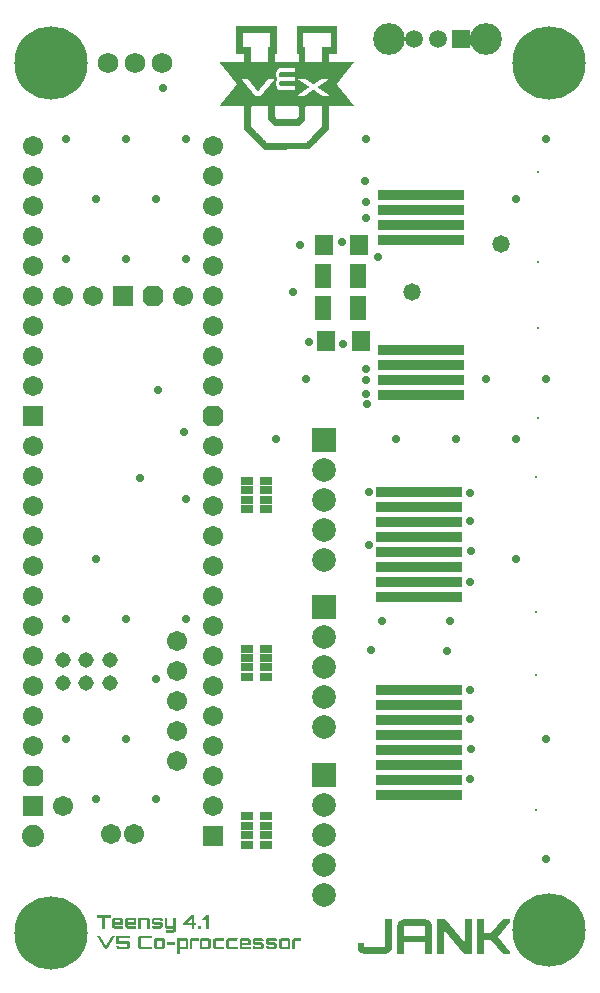
<source format=gbr>
G04*
G04 #@! TF.GenerationSoftware,Altium Limited,Altium Designer,24.3.1 (35)*
G04*
G04 Layer_Color=8388736*
%FSLAX44Y44*%
%MOMM*%
G71*
G04*
G04 #@! TF.SameCoordinates,D61E4413-AD1B-46AA-9FCE-7A96C032C263*
G04*
G04*
G04 #@! TF.FilePolarity,Negative*
G04*
G01*
G75*
%ADD23R,0.1778X0.3302*%
%ADD24R,0.2032X0.8128*%
%ADD25R,1.0032X0.6532*%
%ADD26C,1.7272*%
%ADD27R,7.4032X0.9632*%
%ADD28R,7.4032X0.9632*%
%ADD29R,1.6032X1.8032*%
%ADD30R,1.4032X2.0032*%
%ADD31R,1.7112X1.7112*%
%ADD32R,1.7112X1.7112*%
%ADD33C,1.8796*%
G04:AMPARAMS|DCode=34|XSize=1.7112mm|YSize=1.7112mm|CornerRadius=0mm|HoleSize=0mm|Usage=FLASHONLY|Rotation=180.000|XOffset=0mm|YOffset=0mm|HoleType=Round|Shape=Octagon|*
%AMOCTAGOND34*
4,1,8,-0.8556,0.4278,-0.8556,-0.4278,-0.4278,-0.8556,0.4278,-0.8556,0.8556,-0.4278,0.8556,0.4278,0.4278,0.8556,-0.4278,0.8556,-0.8556,0.4278,0.0*
%
%ADD34OCTAGOND34*%

%ADD35C,1.7112*%
%ADD36C,1.3112*%
%ADD37R,1.5032X1.5032*%
%ADD38C,2.6932*%
%ADD39C,1.5032*%
%ADD40C,2.0032*%
%ADD41R,2.0032X2.0032*%
%ADD42C,0.2032*%
%ADD43C,0.7032*%
%ADD44C,1.4732*%
%ADD45C,6.2032*%
G36*
X31657Y398158D02*
X31769Y398096D01*
X31794Y397996D01*
X31807Y374329D01*
X31732Y374230D01*
X31632Y374205D01*
X31458Y374180D01*
X24778Y374155D01*
X24715Y374092D01*
X24690Y373993D01*
X24715Y373669D01*
X24703Y368123D01*
X24753Y367998D01*
X24827Y367923D01*
X24952Y367873D01*
X25201Y367849D01*
X25276Y367873D01*
X45603Y367861D01*
X45765Y367923D01*
X45940Y367898D01*
X46002Y367836D01*
X46027Y367736D01*
X46002Y367587D01*
X45865Y367450D01*
X45815Y367425D01*
X45728Y367337D01*
X45703Y367288D01*
X45640Y367225D01*
X45591Y367200D01*
X45503Y367113D01*
X45379Y366889D01*
X45254Y366764D01*
X45167Y366602D01*
X45117Y366577D01*
X45055Y366515D01*
X45030Y366465D01*
X44905Y366291D01*
X44818Y366228D01*
X44781Y366191D01*
X44756Y366141D01*
X44643Y366004D01*
X44531Y365892D01*
X44432Y365717D01*
X44332Y365618D01*
X44307Y365568D01*
X44182Y365393D01*
X44145Y365356D01*
X44095Y365331D01*
X44033Y365269D01*
X44008Y365219D01*
X43883Y365094D01*
X43858Y365044D01*
X43721Y364832D01*
X43671Y364808D01*
X43609Y364745D01*
X43484Y364521D01*
X43360Y364396D01*
X43335Y364346D01*
X43223Y364184D01*
X43173Y364159D01*
X43061Y364047D01*
X43036Y363997D01*
X42911Y363823D01*
X42886Y363773D01*
X42799Y363661D01*
X42749Y363636D01*
X42637Y363524D01*
X42537Y363349D01*
X42213Y363025D01*
X42188Y362976D01*
X42138Y362926D01*
X42039Y362751D01*
X42001Y362714D01*
X41964Y362701D01*
X41939Y362651D01*
X41839Y362477D01*
X41777Y362415D01*
X41727Y362390D01*
X41665Y362303D01*
X41553Y362190D01*
X41503Y362165D01*
X41465Y362128D01*
X41440Y362078D01*
X41341Y361904D01*
X41216Y361779D01*
X41191Y361729D01*
X41066Y361555D01*
X41029Y361517D01*
X40992Y361505D01*
X40967Y361455D01*
X40842Y361281D01*
X40805Y361243D01*
X40755Y361218D01*
X40718Y361181D01*
X40643Y361056D01*
X40493Y360907D01*
X40394Y360732D01*
X40356Y360670D01*
X40319Y360657D01*
X40294Y360608D01*
X40244Y360558D01*
X40219Y360508D01*
X40107Y360371D01*
X40020Y360284D01*
X39895Y360059D01*
X39746Y359910D01*
X39646Y359735D01*
X39322Y359411D01*
X39297Y359361D01*
X39172Y359187D01*
X39048Y359062D01*
X38973Y358937D01*
X38773Y358738D01*
X38749Y358688D01*
X38686Y358601D01*
X38636Y358576D01*
X38574Y358514D01*
X38449Y358289D01*
X38325Y358165D01*
X38225Y357990D01*
X38188Y357953D01*
X38138Y357928D01*
X38001Y357716D01*
X37938Y357654D01*
X37889Y357629D01*
X37851Y357592D01*
X37826Y357542D01*
X37714Y357405D01*
X37602Y357292D01*
X37502Y357118D01*
X37403Y357018D01*
X37378Y356968D01*
X37253Y356794D01*
X37191Y356731D01*
X37141Y356707D01*
X37103Y356669D01*
X37078Y356619D01*
X36954Y356445D01*
X36879Y356320D01*
X36742Y356183D01*
X36692Y356158D01*
X36580Y355971D01*
X36555Y355922D01*
X36405Y355772D01*
X36306Y355597D01*
X35957Y355248D01*
X35857Y355074D01*
X35707Y354924D01*
X35683Y354875D01*
X35521Y354638D01*
X35433Y354576D01*
X35408Y354526D01*
X35209Y354326D01*
X35109Y354152D01*
X34985Y354027D01*
X34885Y353853D01*
X34573Y353541D01*
X34536Y353529D01*
X34511Y353479D01*
X34411Y353304D01*
X34287Y353180D01*
X34262Y353130D01*
X34137Y352955D01*
X34062Y352881D01*
X34037Y352831D01*
X33900Y352619D01*
X33851Y352594D01*
X33788Y352532D01*
X33664Y352307D01*
X33315Y351958D01*
X33290Y351908D01*
X33165Y351734D01*
X33090Y351659D01*
X32991Y351485D01*
X32791Y351285D01*
X32766Y351235D01*
X32679Y351173D01*
X32592Y351086D01*
X32567Y351036D01*
X32442Y350862D01*
X32392Y350812D01*
X32367Y350762D01*
X32193Y350537D01*
X32118Y350463D01*
X32018Y350288D01*
X31931Y350226D01*
X31844Y350139D01*
X31819Y350089D01*
X31732Y349977D01*
X31682Y349952D01*
X31645Y349914D01*
X31520Y349690D01*
X31395Y349565D01*
X31296Y349391D01*
X30947Y349042D01*
X30922Y348942D01*
X30984Y348855D01*
X31034Y348830D01*
X31121Y348743D01*
X31221Y348568D01*
X31346Y348469D01*
X31370Y348419D01*
X31458Y348332D01*
X31507Y348307D01*
X31707Y348008D01*
X31794Y347920D01*
X31894Y347746D01*
X32068Y347571D01*
X32168Y347397D01*
X32268Y347297D01*
X32293Y347247D01*
X32430Y347110D01*
X32480Y347085D01*
X32517Y347048D01*
X32617Y346873D01*
X32741Y346749D01*
X32866Y346524D01*
X32928Y346462D01*
X32978Y346437D01*
X33153Y346163D01*
X33265Y346051D01*
X33290Y346001D01*
X33352Y345939D01*
X33402Y345914D01*
X33489Y345826D01*
X33589Y345652D01*
X33713Y345527D01*
X33813Y345353D01*
X34212Y344954D01*
X34312Y344780D01*
X34411Y344680D01*
X34436Y344630D01*
X34561Y344456D01*
X34611Y344406D01*
X34636Y344356D01*
X34685Y344306D01*
X34785Y344132D01*
X34848Y344069D01*
X34897Y344044D01*
X34960Y343982D01*
X34985Y343932D01*
X35184Y343733D01*
X35284Y343558D01*
X35383Y343459D01*
X35408Y343409D01*
X35533Y343234D01*
X35857Y342910D01*
X35932Y342711D01*
X36044Y342599D01*
X36094Y342574D01*
X36231Y342362D01*
X36381Y342212D01*
X36480Y342038D01*
X36829Y341689D01*
X36929Y341514D01*
X37103Y341340D01*
X37203Y341165D01*
X37353Y341016D01*
X37452Y340841D01*
X37502Y340792D01*
X37527Y340742D01*
X37589Y340679D01*
X37639Y340654D01*
X37751Y340542D01*
X37776Y340492D01*
X37876Y340318D01*
X37963Y340231D01*
X38001Y340218D01*
X38026Y340168D01*
X38075Y340118D01*
X38100Y340044D01*
X38212Y339907D01*
X38499Y339620D01*
X38524Y339570D01*
X38649Y339396D01*
X38723Y339321D01*
X38749Y339271D01*
X38873Y339096D01*
X38973Y338997D01*
X38998Y338947D01*
X39110Y338810D01*
X39247Y338698D01*
X39372Y338523D01*
X39446Y338448D01*
X39546Y338274D01*
X39646Y338174D01*
X39671Y338124D01*
X39770Y337975D01*
X39795Y337925D01*
X39883Y337838D01*
X39932Y337813D01*
X40020Y337726D01*
X40119Y337551D01*
X40169Y337501D01*
X40194Y337451D01*
X40419Y337227D01*
X40518Y337053D01*
X40643Y336928D01*
X40767Y336704D01*
X40805Y336666D01*
X40855Y336641D01*
X40992Y336504D01*
X41017Y336454D01*
X41104Y336392D01*
X41141Y336355D01*
X41241Y336180D01*
X41316Y336105D01*
X41341Y336056D01*
X41391Y336006D01*
X41465Y335881D01*
X41578Y335744D01*
X41615Y335707D01*
X41715Y335532D01*
X41827Y335420D01*
X41864Y335407D01*
X41889Y335358D01*
X42113Y335133D01*
X42213Y334959D01*
X42338Y334834D01*
X42438Y334660D01*
X42537Y334560D01*
X42562Y334510D01*
X42662Y334336D01*
X42836Y334161D01*
X42861Y334111D01*
X42899Y334049D01*
X42948Y334024D01*
X42998Y333974D01*
X43048Y333949D01*
X43085Y333912D01*
X43185Y333737D01*
X43310Y333613D01*
X43335Y333563D01*
X43397Y333501D01*
X43447Y333476D01*
X43534Y333388D01*
X43634Y333214D01*
X43759Y333089D01*
X43858Y332915D01*
X44033Y332740D01*
X44132Y332566D01*
X44232Y332466D01*
X44257Y332416D01*
X44307Y332366D01*
X44319Y332329D01*
X44369Y332304D01*
X44419Y332254D01*
X44457Y332242D01*
X44481Y332192D01*
X44619Y331980D01*
X44668Y331955D01*
X44781Y331768D01*
X44805Y331718D01*
X45005Y331519D01*
X45105Y331344D01*
X45204Y331245D01*
X45229Y331195D01*
X45341Y331083D01*
X45391Y331058D01*
X45454Y330996D01*
X45553Y330821D01*
X45678Y330696D01*
X45790Y330485D01*
X45840Y330460D01*
X45977Y330348D01*
X46027Y330223D01*
X46002Y330123D01*
X45940Y330061D01*
X45840Y330036D01*
X24840Y330048D01*
X24740Y329974D01*
X24715Y329874D01*
X24690Y310606D01*
X24516Y310382D01*
X21350Y307216D01*
X21251Y307042D01*
X21188Y306980D01*
X21138Y306955D01*
X21026Y306842D01*
X21001Y306793D01*
X20964Y306755D01*
X20914Y306730D01*
X20802Y306618D01*
X20777Y306568D01*
X20715Y306506D01*
X20665Y306481D01*
X20553Y306369D01*
X20528Y306319D01*
X20490Y306282D01*
X20440Y306257D01*
X20216Y306082D01*
X20154Y306020D01*
X20129Y305970D01*
X20004Y305796D01*
X19805Y305671D01*
X19680Y305546D01*
X19655Y305496D01*
X19531Y305322D01*
X19331Y305197D01*
X19182Y305048D01*
X19082Y304873D01*
X19045Y304836D01*
X18995Y304811D01*
X18820Y304686D01*
X18733Y304599D01*
X18708Y304549D01*
X18571Y304362D01*
X18521Y304337D01*
X18347Y304213D01*
X18234Y304101D01*
X18135Y303926D01*
X18097Y303889D01*
X18047Y303864D01*
X17935Y303752D01*
X17910Y303702D01*
X17848Y303640D01*
X17798Y303615D01*
X17686Y303502D01*
X17661Y303452D01*
X17599Y303390D01*
X17549Y303365D01*
X17437Y303253D01*
X17412Y303203D01*
X16901Y302692D01*
X16851Y302667D01*
X16739Y302555D01*
X16714Y302505D01*
X16652Y302443D01*
X16602Y302418D01*
X16490Y302306D01*
X16465Y302256D01*
X16402Y302194D01*
X16353Y302169D01*
X16240Y302057D01*
X16215Y302007D01*
X16178Y301969D01*
X16128Y301945D01*
X16016Y301832D01*
X15991Y301782D01*
X15929Y301720D01*
X15879Y301695D01*
X15767Y301583D01*
X15742Y301533D01*
X15704Y301496D01*
X15655Y301471D01*
X15543Y301359D01*
X15518Y301309D01*
X15455Y301247D01*
X15405Y301222D01*
X15293Y301110D01*
X15268Y301060D01*
X15206Y300997D01*
X15156Y300972D01*
X15044Y300860D01*
X15019Y300810D01*
X14982Y300773D01*
X14932Y300748D01*
X14820Y300636D01*
X14795Y300586D01*
X14732Y300524D01*
X14683Y300499D01*
X14570Y300387D01*
X14545Y300337D01*
X14508Y300299D01*
X14458Y300275D01*
X14346Y300162D01*
X14321Y300112D01*
X13474Y299265D01*
X13449Y299215D01*
X13336Y299078D01*
X13162Y298978D01*
X13100Y298891D01*
X12813Y298605D01*
X12763Y298580D01*
X12639Y298380D01*
X12464Y298256D01*
X12340Y298131D01*
X12302Y298118D01*
X12277Y298069D01*
X12140Y297882D01*
X12090Y297857D01*
X11953Y297720D01*
X11928Y297670D01*
X11891Y297632D01*
X11716Y297533D01*
X11592Y297383D01*
X11392Y297184D01*
X11343Y297159D01*
X11205Y296947D01*
X11168Y296910D01*
X11118Y296885D01*
X11006Y296772D01*
X10981Y296723D01*
X10944Y296685D01*
X10894Y296660D01*
X10757Y296523D01*
X10732Y296473D01*
X10645Y296386D01*
X10595Y296361D01*
X10470Y296212D01*
X10420Y296162D01*
X10370Y296137D01*
X10333Y296099D01*
X10308Y296050D01*
X10171Y295912D01*
X10121Y295888D01*
X10084Y295850D01*
X10059Y295800D01*
X9947Y295688D01*
X9897Y295663D01*
X9859Y295626D01*
X9834Y295576D01*
X9697Y295439D01*
X9647Y295414D01*
X9610Y295376D01*
X9585Y295327D01*
X9473Y295215D01*
X9423Y295190D01*
X9361Y295127D01*
X9336Y295077D01*
X9224Y294965D01*
X9174Y294940D01*
X9136Y294903D01*
X9112Y294853D01*
X8974Y294716D01*
X8925Y294691D01*
X8887Y294654D01*
X8862Y294604D01*
X8750Y294492D01*
X8700Y294467D01*
X8663Y294429D01*
X8638Y294380D01*
X8501Y294242D01*
X8451Y294217D01*
X8414Y294180D01*
X8389Y294130D01*
X8252Y293993D01*
X8202Y293968D01*
X8164Y293931D01*
X8140Y293881D01*
X8027Y293769D01*
X7977Y293744D01*
X7940Y293706D01*
X7915Y293657D01*
X7803Y293545D01*
X-29947Y293532D01*
X-30047Y293557D01*
X-30196Y293682D01*
X-32016Y295501D01*
X-32041Y295551D01*
X-32153Y295688D01*
X-32203Y295713D01*
X-32340Y295825D01*
X-35605Y299090D01*
X-35630Y299140D01*
X-35742Y299277D01*
X-35792Y299302D01*
X-35929Y299415D01*
X-39195Y302680D01*
X-39220Y302730D01*
X-39332Y302867D01*
X-39382Y302892D01*
X-39519Y303004D01*
X-42784Y306269D01*
X-42809Y306319D01*
X-42921Y306456D01*
X-42971Y306481D01*
X-43108Y306593D01*
X-46373Y309858D01*
X-46398Y309908D01*
X-46510Y310045D01*
X-46560Y310070D01*
X-46697Y310182D01*
X-46835Y310320D01*
X-46884Y310345D01*
X-46972Y310507D01*
X-47021Y310681D01*
X-47034Y329512D01*
X-46984Y329637D01*
X-46947Y329749D01*
X-46972Y329899D01*
X-47034Y329961D01*
X-47158Y330011D01*
X-47333Y330036D01*
X-68196Y330011D01*
X-68246Y329986D01*
X-68333Y330048D01*
X-68308Y330148D01*
X-68134Y330472D01*
X-67959Y330647D01*
X-67859Y330821D01*
X-67510Y331170D01*
X-67411Y331344D01*
X-67211Y331544D01*
X-67199Y331581D01*
X-67149Y331606D01*
X-67012Y331743D01*
X-66912Y331918D01*
X-66813Y332018D01*
X-66788Y332067D01*
X-66663Y332242D01*
X-66538Y332366D01*
X-66439Y332541D01*
X-66351Y332603D01*
X-66264Y332691D01*
X-66239Y332740D01*
X-66152Y332853D01*
X-66102Y332878D01*
X-65990Y333064D01*
X-65965Y333114D01*
X-65816Y333264D01*
X-65716Y333438D01*
X-65654Y333501D01*
X-65616Y333513D01*
X-65591Y333563D01*
X-65467Y333737D01*
X-65429Y333775D01*
X-65379Y333800D01*
X-65342Y333837D01*
X-65317Y333887D01*
X-65205Y334024D01*
X-65093Y334136D01*
X-64968Y334361D01*
X-64868Y334460D01*
X-64843Y334510D01*
X-64731Y334647D01*
X-64644Y334734D01*
X-64619Y334784D01*
X-64507Y334946D01*
X-64457Y334971D01*
X-64370Y335059D01*
X-64345Y335108D01*
X-64233Y335246D01*
X-64120Y335358D01*
X-64021Y335532D01*
X-63921Y335632D01*
X-63896Y335682D01*
X-63772Y335856D01*
X-63734Y335894D01*
X-63684Y335919D01*
X-63622Y335981D01*
X-63597Y336031D01*
X-63472Y336155D01*
X-63448Y336205D01*
X-63310Y336417D01*
X-63261Y336442D01*
X-63198Y336504D01*
X-63074Y336729D01*
X-62949Y336853D01*
X-62849Y337028D01*
X-62812Y337065D01*
X-62762Y337090D01*
X-62625Y337227D01*
X-62600Y337277D01*
X-62476Y337402D01*
X-62376Y337576D01*
X-62226Y337726D01*
X-62126Y337900D01*
X-61778Y338249D01*
X-61753Y338299D01*
X-61616Y338511D01*
X-61578Y338523D01*
X-61553Y338573D01*
X-61453Y338723D01*
X-61429Y338773D01*
X-61366Y338835D01*
X-61316Y338860D01*
X-61142Y339134D01*
X-60805Y339470D01*
X-60706Y339645D01*
X-60643Y339707D01*
X-60594Y339732D01*
X-60531Y339844D01*
X-60456Y339969D01*
X-60282Y340143D01*
X-60257Y340193D01*
X-60220Y340231D01*
X-60170Y340256D01*
X-60083Y340343D01*
X-59983Y340517D01*
X-59871Y340654D01*
X-59833Y340692D01*
X-59808Y340742D01*
X-59696Y340879D01*
X-59609Y340966D01*
X-59509Y341140D01*
X-59472Y341178D01*
X-59422Y341203D01*
X-59335Y341290D01*
X-59310Y341340D01*
X-59198Y341477D01*
X-59110Y341564D01*
X-59011Y341739D01*
X-58911Y341838D01*
X-58886Y341888D01*
X-58762Y342063D01*
X-58687Y342137D01*
X-58662Y342187D01*
X-58525Y342399D01*
X-58475Y342424D01*
X-58412Y342486D01*
X-58388Y342536D01*
X-58275Y342648D01*
X-58226Y342673D01*
X-58163Y342736D01*
X-58039Y342960D01*
X-57914Y343085D01*
X-57814Y343259D01*
X-57715Y343359D01*
X-57690Y343409D01*
X-57565Y343583D01*
X-57191Y343957D01*
X-57091Y344132D01*
X-56992Y344231D01*
X-56967Y344281D01*
X-56842Y344456D01*
X-56780Y344518D01*
X-56730Y344543D01*
X-56693Y344580D01*
X-56668Y344630D01*
X-56618Y344680D01*
X-56593Y344730D01*
X-56493Y344829D01*
X-56393Y345004D01*
X-56356Y345041D01*
X-56306Y345066D01*
X-56269Y345104D01*
X-56244Y345154D01*
X-56144Y345328D01*
X-56020Y345453D01*
X-55995Y345503D01*
X-55870Y345677D01*
X-55546Y346001D01*
X-55446Y346175D01*
X-55297Y346325D01*
X-55272Y346375D01*
X-55110Y346612D01*
X-55023Y346699D01*
X-54923Y346873D01*
X-54886Y346911D01*
X-54836Y346936D01*
X-54798Y346973D01*
X-54773Y347023D01*
X-54574Y347222D01*
X-54474Y347397D01*
X-54325Y347546D01*
X-54300Y347596D01*
X-54175Y347771D01*
X-53926Y348020D01*
X-53901Y348070D01*
X-53776Y348244D01*
X-53602Y348419D01*
X-53527Y348543D01*
X-53440Y348631D01*
X-53403Y348643D01*
X-53377Y348693D01*
X-53278Y348843D01*
X-53253Y348942D01*
X-53278Y349042D01*
X-53377Y349216D01*
X-53490Y349353D01*
X-53776Y349640D01*
X-53801Y349690D01*
X-53926Y349865D01*
X-54001Y349939D01*
X-54026Y349989D01*
X-54125Y350164D01*
X-54188Y350226D01*
X-54237Y350251D01*
X-54337Y350400D01*
X-54549Y350612D01*
X-54624Y350737D01*
X-54748Y350862D01*
X-54773Y350911D01*
X-54898Y351086D01*
X-54998Y351186D01*
X-55097Y351360D01*
X-55222Y351485D01*
X-55247Y351535D01*
X-55359Y351672D01*
X-55471Y351759D01*
X-55496Y351809D01*
X-55621Y351983D01*
X-55721Y352083D01*
X-55746Y352133D01*
X-55858Y352270D01*
X-55895Y352307D01*
X-55920Y352357D01*
X-56082Y352594D01*
X-56194Y352706D01*
X-56219Y352756D01*
X-56306Y352868D01*
X-56356Y352893D01*
X-56443Y352955D01*
X-56468Y353005D01*
X-56593Y353180D01*
X-56668Y353254D01*
X-56768Y353429D01*
X-57116Y353778D01*
X-57141Y353828D01*
X-57241Y354002D01*
X-57366Y354102D01*
X-57490Y354326D01*
X-57640Y354476D01*
X-57740Y354650D01*
X-57864Y354775D01*
X-57964Y354949D01*
X-58051Y355037D01*
X-58101Y355061D01*
X-58163Y355149D01*
X-58363Y355348D01*
X-58462Y355523D01*
X-58562Y355622D01*
X-58587Y355672D01*
X-58712Y355847D01*
X-59011Y356146D01*
X-59036Y356196D01*
X-59198Y356432D01*
X-59285Y356495D01*
X-59310Y356545D01*
X-59410Y356719D01*
X-59784Y357093D01*
X-59883Y357267D01*
X-60008Y357392D01*
X-60107Y357567D01*
X-60357Y357816D01*
X-60431Y357940D01*
X-60594Y358152D01*
X-60643Y358177D01*
X-60706Y358240D01*
X-60731Y358289D01*
X-60855Y358464D01*
X-60930Y358539D01*
X-60955Y358588D01*
X-61055Y358763D01*
X-61229Y358937D01*
X-61254Y358987D01*
X-61316Y359075D01*
X-61366Y359100D01*
X-61478Y359212D01*
X-61566Y359374D01*
X-61616Y359399D01*
X-61703Y359486D01*
X-61802Y359660D01*
X-61902Y359760D01*
X-61927Y359810D01*
X-62027Y359984D01*
X-62064Y360022D01*
X-62114Y360047D01*
X-62251Y360184D01*
X-62276Y360234D01*
X-62313Y360271D01*
X-62363Y360296D01*
X-62401Y360333D01*
X-62426Y360383D01*
X-62550Y360558D01*
X-62600Y360608D01*
X-62625Y360657D01*
X-62750Y360832D01*
X-62775Y360882D01*
X-63123Y361231D01*
X-63223Y361405D01*
X-63373Y361555D01*
X-63398Y361605D01*
X-63522Y361779D01*
X-63622Y361879D01*
X-63647Y361929D01*
X-63884Y362240D01*
X-63934Y362265D01*
X-64046Y362377D01*
X-64071Y362427D01*
X-64170Y362602D01*
X-64233Y362664D01*
X-64283Y362689D01*
X-64320Y362726D01*
X-64445Y362951D01*
X-64569Y363075D01*
X-64669Y363250D01*
X-65018Y363599D01*
X-65043Y363648D01*
X-65167Y363823D01*
X-65292Y363948D01*
X-65392Y364122D01*
X-65566Y364297D01*
X-65591Y364346D01*
X-65678Y364409D01*
X-65741Y364471D01*
X-65841Y364646D01*
X-65940Y364745D01*
X-65965Y364795D01*
X-66127Y365032D01*
X-66264Y365169D01*
X-66364Y365344D01*
X-66713Y365692D01*
X-66813Y365867D01*
X-66937Y365992D01*
X-67062Y366216D01*
X-67149Y366278D01*
X-67286Y366415D01*
X-67311Y366465D01*
X-67398Y366527D01*
X-67436Y366565D01*
X-67535Y366739D01*
X-67610Y366814D01*
X-67635Y366864D01*
X-67685Y366914D01*
X-67785Y367088D01*
X-67909Y367213D01*
X-68009Y367387D01*
X-68096Y367475D01*
X-68146Y367500D01*
X-68208Y367562D01*
X-68233Y367612D01*
X-68333Y367836D01*
X-68271Y367898D01*
X-68171Y367923D01*
X-67922Y367898D01*
X-67847Y367873D01*
X-67747Y367849D01*
X-67348Y367873D01*
X-47271Y367861D01*
X-47171Y367886D01*
X-47084Y367948D01*
X-47046Y367986D01*
X-47021Y368085D01*
X-47009Y374030D01*
X-47046Y374117D01*
X-47183Y374180D01*
X-47433Y374205D01*
X-47508Y374180D01*
X-53913Y374205D01*
X-54026Y374292D01*
X-54050Y374392D01*
X-54075Y374765D01*
X-54050Y374840D01*
X-54063Y377894D01*
X-54038Y378043D01*
X-54026Y378205D01*
X-54050Y378280D01*
X-54075Y378529D01*
X-54050Y379003D01*
X-54026Y379078D01*
X-54063Y379314D01*
X-54075Y379825D01*
X-54050Y379900D01*
X-54026Y380075D01*
X-54050Y380249D01*
X-54075Y380349D01*
X-54050Y380897D01*
X-54026Y380972D01*
X-54050Y381221D01*
X-54075Y381296D01*
Y381470D01*
Y381495D01*
X-54050Y382044D01*
X-54063Y385072D01*
X-54038Y385222D01*
X-54026Y385384D01*
X-54050Y385459D01*
X-54075Y385708D01*
X-54050Y386181D01*
X-54026Y386256D01*
X-54063Y386493D01*
X-54075Y387004D01*
X-54050Y387079D01*
X-54026Y387253D01*
X-54050Y387428D01*
X-54075Y387527D01*
X-54050Y388076D01*
X-54026Y388151D01*
X-54050Y388400D01*
X-54075Y388475D01*
X-54050Y389621D01*
X-54063Y392749D01*
X-54038Y392874D01*
X-54026Y393061D01*
X-54050Y393136D01*
X-54075Y393310D01*
X-54050Y393834D01*
X-54026Y393909D01*
X-54063Y394145D01*
X-54075Y394656D01*
X-54050Y394731D01*
X-54026Y394906D01*
X-54050Y395080D01*
X-54075Y395180D01*
X-54050Y395753D01*
X-54026Y395828D01*
X-54063Y396090D01*
X-54075Y396301D01*
X-54050Y396376D01*
X-54063Y397485D01*
X-54050Y397747D01*
X-54075Y397822D01*
X-54050Y398096D01*
X-53988Y398158D01*
X-53814Y398183D01*
X-53639Y398158D01*
X-53029Y398171D01*
X-52879Y398146D01*
X-52617Y398133D01*
X-52543Y398158D01*
X-52405Y398171D01*
X-52169Y398158D01*
X-52094Y398183D01*
X-52019Y398158D01*
X-51770Y398133D01*
X-51508Y398171D01*
X-51446Y398183D01*
X-51371Y398158D01*
X-51134Y398171D01*
X-50798Y398133D01*
X-50461Y398171D01*
X-45962Y398158D01*
X-45887Y398183D01*
X-45788Y398158D01*
X-45538Y398133D01*
X-45277Y398171D01*
X-45239Y398183D01*
X-45164Y398158D01*
X-44903Y398171D01*
X-44753Y398146D01*
X-44491Y398133D01*
X-44417Y398158D01*
X-44255Y398171D01*
X-44018Y398158D01*
X-43968Y398183D01*
X-43893Y398158D01*
X-43569Y398133D01*
X-43470Y398158D01*
X-43283Y398171D01*
X-38783Y398158D01*
X-38709Y398183D01*
X-38609Y398158D01*
X-38360Y398133D01*
X-38098Y398171D01*
X-38061Y398183D01*
X-37986Y398158D01*
X-37724Y398171D01*
X-37575Y398146D01*
X-37313Y398133D01*
X-37238Y398158D01*
X-37076Y398171D01*
X-36839Y398158D01*
X-36789Y398183D01*
X-36715Y398158D01*
X-36391Y398133D01*
X-36291Y398158D01*
X-36104Y398171D01*
X-31605Y398158D01*
X-31530Y398183D01*
X-31430Y398158D01*
X-31181Y398133D01*
X-30919Y398171D01*
X-30882Y398183D01*
X-30807Y398158D01*
X-30545Y398171D01*
X-30396Y398146D01*
X-30134Y398133D01*
X-30059Y398158D01*
X-29897Y398171D01*
X-29661Y398158D01*
X-29611Y398183D01*
X-29536Y398158D01*
X-29212Y398133D01*
X-29112Y398158D01*
X-28925Y398171D01*
X-24426Y398158D01*
X-24351Y398183D01*
X-24252Y398158D01*
X-24002Y398133D01*
X-23741Y398171D01*
X-23703Y398183D01*
X-23628Y398158D01*
X-23367Y398171D01*
X-23217Y398146D01*
X-22956Y398133D01*
X-22881Y398158D01*
X-22719Y398171D01*
X-22482Y398158D01*
X-22432Y398183D01*
X-22357Y398158D01*
X-22033Y398133D01*
X-21934Y398158D01*
X-21747Y398171D01*
X-19578Y398146D01*
X-19503Y398096D01*
X-19478Y397996D01*
X-19453Y374691D01*
X-19404Y374566D01*
X-19428Y374367D01*
X-19566Y374230D01*
X-19765Y374180D01*
X-20899Y374192D01*
X-21024Y374167D01*
X-21148Y374092D01*
X-21173Y373918D01*
X-21148Y373843D01*
X-21123Y367986D01*
X-21036Y367898D01*
X-20837Y367849D01*
X-20513Y367873D01*
X-1307Y367861D01*
X-1220Y367923D01*
X-1083Y368060D01*
X-1058Y368160D01*
X-1083Y368359D01*
X-1133Y368484D01*
X-1158Y368733D01*
X-1133Y368808D01*
X-1158Y368983D01*
X-1083Y369257D01*
X-1108Y369431D01*
X-1133Y369506D01*
X-1158Y369606D01*
X-1145Y369818D01*
X-1158Y369980D01*
X-1133Y370054D01*
X-1083Y370229D01*
X-1108Y370378D01*
X-1133Y370453D01*
X-1158Y370553D01*
X-1133Y370952D01*
X-1145Y373781D01*
X-1133Y374067D01*
X-1195Y374155D01*
X-1370Y374205D01*
X-1544Y374180D01*
X-2741Y374205D01*
X-2803Y374267D01*
X-2828Y374367D01*
X-2815Y374653D01*
X-2828Y397622D01*
X-2803Y397697D01*
X-2828Y397797D01*
X-2803Y398046D01*
X-2741Y398108D01*
X-2541Y398158D01*
X-1831Y398171D01*
X-1681Y398146D01*
X-1420Y398133D01*
X-1345Y398158D01*
X-1183Y398171D01*
X-946Y398158D01*
X-896Y398183D01*
X-821Y398158D01*
X-497Y398133D01*
X-398Y398158D01*
X-211Y398171D01*
X4288Y398158D01*
X4363Y398183D01*
X4463Y398158D01*
X4712Y398133D01*
X4974Y398171D01*
X5011Y398183D01*
X5086Y398158D01*
X5348Y398171D01*
X5497Y398146D01*
X5759Y398133D01*
X5834Y398158D01*
X5996Y398171D01*
X6233Y398158D01*
X6283Y398183D01*
X6357Y398158D01*
X6681Y398133D01*
X6781Y398158D01*
X6968Y398171D01*
X11467Y398158D01*
X11542Y398183D01*
X11642Y398158D01*
X11891Y398133D01*
X12153Y398171D01*
X12190Y398183D01*
X12265Y398158D01*
X12526Y398171D01*
X12676Y398146D01*
X12938Y398133D01*
X13012Y398158D01*
X13175Y398171D01*
X13411Y398158D01*
X13461Y398183D01*
X13536Y398158D01*
X13860Y398133D01*
X13960Y398158D01*
X14147Y398171D01*
X18646Y398158D01*
X18721Y398183D01*
X18820Y398158D01*
X19069Y398133D01*
X19331Y398171D01*
X19369Y398183D01*
X19443Y398158D01*
X19705Y398171D01*
X19855Y398146D01*
X20116Y398133D01*
X20191Y398158D01*
X20353Y398171D01*
X20590Y398158D01*
X20640Y398183D01*
X20715Y398158D01*
X21039Y398133D01*
X21138Y398158D01*
X21325Y398171D01*
X25824Y398158D01*
X25899Y398183D01*
X25999Y398158D01*
X26248Y398133D01*
X26510Y398171D01*
X26547Y398183D01*
X26622Y398158D01*
X26884Y398171D01*
X27033Y398146D01*
X27295Y398133D01*
X27370Y398158D01*
X27532Y398171D01*
X27769Y398158D01*
X27819Y398183D01*
X27893Y398158D01*
X28217Y398133D01*
X28317Y398158D01*
X28504Y398171D01*
X31557Y398158D01*
X31582Y398183D01*
X31657Y398158D01*
D02*
G37*
G36*
X-160314Y-356912D02*
X-164980Y-356898D01*
X-164952Y-366216D01*
X-167306D01*
Y-356912D01*
X-171972Y-356898D01*
Y-354572D01*
X-160314D01*
Y-356912D01*
D02*
G37*
G36*
X-118079Y-356855D02*
X-117910Y-356884D01*
X-117741Y-356912D01*
X-117544Y-356968D01*
X-117346Y-357053D01*
X-117149Y-357151D01*
X-117121Y-357165D01*
X-117064Y-357208D01*
X-116966Y-357278D01*
X-116853Y-357377D01*
X-116726Y-357490D01*
X-116585Y-357631D01*
X-116444Y-357800D01*
X-116317Y-357983D01*
X-116303Y-358011D01*
X-116261Y-358068D01*
X-116219Y-358181D01*
X-116162Y-358321D01*
X-116092Y-358491D01*
X-116049Y-358688D01*
X-116021Y-358899D01*
X-116007Y-359125D01*
X-115993Y-359534D01*
X-118319D01*
Y-359238D01*
Y-359224D01*
Y-359210D01*
X-118333Y-359181D01*
X-118347Y-359167D01*
X-118361Y-359153D01*
X-118418Y-359139D01*
X-123168D01*
X-123225Y-359167D01*
Y-359181D01*
X-123239Y-359196D01*
Y-359238D01*
Y-360281D01*
Y-360295D01*
X-123225Y-360351D01*
X-123196Y-360365D01*
X-118192D01*
X-118079Y-360380D01*
X-117910Y-360408D01*
X-117741Y-360450D01*
X-117544Y-360507D01*
X-117346Y-360591D01*
X-117149Y-360690D01*
X-117121Y-360704D01*
X-117064Y-360746D01*
X-116966Y-360817D01*
X-116853Y-360915D01*
X-116726Y-361028D01*
X-116585Y-361169D01*
X-116444Y-361338D01*
X-116317Y-361521D01*
X-116303Y-361550D01*
X-116261Y-361606D01*
X-116219Y-361719D01*
X-116162Y-361860D01*
X-116092Y-362029D01*
X-116049Y-362226D01*
X-116021Y-362438D01*
X-116007Y-362663D01*
Y-363946D01*
Y-363974D01*
Y-364045D01*
X-116021Y-364172D01*
X-116035Y-364313D01*
X-116077Y-364482D01*
X-116134Y-364679D01*
X-116204Y-364877D01*
X-116317Y-365074D01*
X-116331Y-365102D01*
X-116374Y-365159D01*
X-116444Y-365257D01*
X-116543Y-365370D01*
X-116656Y-365511D01*
X-116811Y-365638D01*
X-116966Y-365779D01*
X-117149Y-365906D01*
X-117177Y-365920D01*
X-117233Y-365948D01*
X-117346Y-366004D01*
X-117487Y-366061D01*
X-117656Y-366117D01*
X-117854Y-366174D01*
X-118065Y-366202D01*
X-118305Y-366216D01*
X-123366D01*
X-123492Y-366202D01*
X-123633Y-366174D01*
X-123803Y-366145D01*
X-124000Y-366089D01*
X-124197Y-366004D01*
X-124395Y-365906D01*
X-124423Y-365891D01*
X-124479Y-365849D01*
X-124578Y-365779D01*
X-124691Y-365680D01*
X-124832Y-365567D01*
X-124959Y-365426D01*
X-125100Y-365257D01*
X-125226Y-365074D01*
X-125240Y-365046D01*
X-125269Y-364989D01*
X-125325Y-364877D01*
X-125381Y-364736D01*
X-125438Y-364566D01*
X-125494Y-364383D01*
X-125522Y-364172D01*
X-125537Y-363946D01*
Y-363523D01*
X-123239D01*
Y-363833D01*
Y-363862D01*
X-123225Y-363904D01*
X-123196D01*
X-123140Y-363918D01*
X-118389D01*
X-118347Y-363904D01*
X-118333Y-363890D01*
X-118319Y-363833D01*
Y-362776D01*
Y-362762D01*
X-118347Y-362720D01*
X-118361Y-362706D01*
X-118389Y-362691D01*
X-123295D01*
X-123366Y-362677D01*
X-123492Y-362663D01*
X-123633Y-362649D01*
X-123803Y-362607D01*
X-124000Y-362551D01*
X-124197Y-362466D01*
X-124395Y-362367D01*
X-124423Y-362353D01*
X-124479Y-362311D01*
X-124578Y-362240D01*
X-124691Y-362142D01*
X-124832Y-362029D01*
X-124959Y-361888D01*
X-125100Y-361719D01*
X-125226Y-361536D01*
X-125240Y-361507D01*
X-125269Y-361437D01*
X-125325Y-361338D01*
X-125381Y-361197D01*
X-125438Y-361028D01*
X-125494Y-360831D01*
X-125522Y-360619D01*
X-125537Y-360394D01*
Y-359125D01*
Y-359111D01*
Y-359097D01*
Y-359026D01*
X-125522Y-358899D01*
X-125494Y-358744D01*
X-125466Y-358575D01*
X-125410Y-358378D01*
X-125325Y-358181D01*
X-125226Y-357983D01*
X-125212Y-357955D01*
X-125170Y-357898D01*
X-125100Y-357800D01*
X-125001Y-357687D01*
X-124888Y-357546D01*
X-124747Y-357405D01*
X-124578Y-357278D01*
X-124395Y-357151D01*
X-124367Y-357137D01*
X-124310Y-357109D01*
X-124197Y-357053D01*
X-124056Y-356996D01*
X-123887Y-356940D01*
X-123704Y-356884D01*
X-123492Y-356855D01*
X-123267Y-356841D01*
X-118192D01*
X-118079Y-356855D01*
D02*
G37*
G36*
X-89462Y-361000D02*
X-87869D01*
X-87884Y-363312D01*
X-89462Y-363298D01*
Y-366216D01*
X-91760D01*
Y-363312D01*
X-98921Y-363298D01*
Y-361211D01*
X-91563Y-354572D01*
X-89462Y-354558D01*
Y-361000D01*
D02*
G37*
G36*
X-104997Y-367343D02*
Y-367372D01*
Y-367456D01*
X-105011Y-367569D01*
X-105025Y-367724D01*
X-105068Y-367907D01*
X-105110Y-368105D01*
X-105195Y-368302D01*
X-105293Y-368499D01*
X-105307Y-368528D01*
X-105350Y-368584D01*
X-105420Y-368683D01*
X-105519Y-368796D01*
X-105632Y-368922D01*
X-105773Y-369063D01*
X-105942Y-369190D01*
X-106125Y-369317D01*
X-106153Y-369331D01*
X-106210Y-369359D01*
X-106322Y-369416D01*
X-106463Y-369472D01*
X-106632Y-369529D01*
X-106830Y-369585D01*
X-107055Y-369613D01*
X-107281Y-369627D01*
X-112990Y-369641D01*
X-113004Y-367315D01*
X-107366D01*
X-107323Y-367287D01*
X-107309Y-367273D01*
X-107295Y-367217D01*
Y-366216D01*
X-112342D01*
X-112455Y-366202D01*
X-112610Y-366174D01*
X-112793Y-366145D01*
X-112990Y-366089D01*
X-113188Y-366018D01*
X-113399Y-365920D01*
X-113427Y-365906D01*
X-113484Y-365863D01*
X-113582Y-365793D01*
X-113695Y-365694D01*
X-113836Y-365581D01*
X-113963Y-365440D01*
X-114104Y-365271D01*
X-114231Y-365088D01*
X-114245Y-365060D01*
X-114273Y-364989D01*
X-114330Y-364891D01*
X-114372Y-364750D01*
X-114428Y-364566D01*
X-114485Y-364383D01*
X-114513Y-364172D01*
X-114527Y-363946D01*
Y-356870D01*
X-112229D01*
Y-363833D01*
Y-363862D01*
X-112215Y-363904D01*
X-112187D01*
X-112130Y-363918D01*
X-107366D01*
X-107323Y-363904D01*
X-107309Y-363890D01*
X-107295Y-363833D01*
Y-356870D01*
X-104997D01*
Y-367343D01*
D02*
G37*
G36*
X-77381Y-366216D02*
X-79693D01*
Y-357997D01*
X-80398Y-358885D01*
X-83457D01*
X-79834Y-354572D01*
X-77381D01*
Y-366216D01*
D02*
G37*
G36*
X-84021D02*
X-86333D01*
Y-363918D01*
X-84021D01*
Y-366216D01*
D02*
G37*
G36*
X-129244Y-356855D02*
X-129089Y-356884D01*
X-128920Y-356912D01*
X-128722Y-356968D01*
X-128525Y-357053D01*
X-128328Y-357151D01*
X-128300Y-357165D01*
X-128243Y-357208D01*
X-128145Y-357278D01*
X-128032Y-357377D01*
X-127891Y-357490D01*
X-127750Y-357631D01*
X-127623Y-357800D01*
X-127496Y-357983D01*
X-127482Y-358011D01*
X-127440Y-358068D01*
X-127397Y-358181D01*
X-127341Y-358321D01*
X-127270Y-358491D01*
X-127228Y-358688D01*
X-127200Y-358899D01*
X-127186Y-359125D01*
X-127172Y-366216D01*
X-129484D01*
Y-359238D01*
Y-359224D01*
Y-359210D01*
X-129498Y-359181D01*
X-129512Y-359167D01*
X-129526Y-359153D01*
X-129582Y-359139D01*
X-134333D01*
X-134375Y-359167D01*
X-134389Y-359181D01*
X-134404Y-359196D01*
Y-359238D01*
Y-366216D01*
X-136715D01*
Y-356841D01*
X-129371D01*
X-129244Y-356855D01*
D02*
G37*
G36*
X-140493D02*
X-140338Y-356884D01*
X-140155Y-356912D01*
X-139972Y-356968D01*
X-139761Y-357053D01*
X-139563Y-357151D01*
X-139535Y-357165D01*
X-139479Y-357208D01*
X-139380Y-357278D01*
X-139267Y-357363D01*
X-139140Y-357490D01*
X-138999Y-357631D01*
X-138858Y-357800D01*
X-138745Y-357983D01*
X-138731Y-358011D01*
X-138703Y-358068D01*
X-138647Y-358181D01*
X-138590Y-358321D01*
X-138548Y-358491D01*
X-138492Y-358688D01*
X-138463Y-358899D01*
X-138449Y-359125D01*
X-138435Y-362677D01*
X-145667Y-362691D01*
Y-363833D01*
Y-363862D01*
X-145639Y-363904D01*
X-145625D01*
X-145568Y-363918D01*
X-138435D01*
X-138449Y-366216D01*
X-145780D01*
X-145907Y-366202D01*
X-146062Y-366174D01*
X-146231Y-366145D01*
X-146428Y-366089D01*
X-146626Y-366004D01*
X-146823Y-365906D01*
X-146851Y-365891D01*
X-146908Y-365849D01*
X-147006Y-365779D01*
X-147119Y-365680D01*
X-147246Y-365567D01*
X-147387Y-365426D01*
X-147528Y-365257D01*
X-147655Y-365074D01*
X-147669Y-365046D01*
X-147697Y-364989D01*
X-147753Y-364877D01*
X-147810Y-364736D01*
X-147866Y-364566D01*
X-147923Y-364383D01*
X-147951Y-364172D01*
X-147965Y-363946D01*
Y-359125D01*
Y-359111D01*
Y-359097D01*
Y-359026D01*
X-147951Y-358899D01*
X-147923Y-358744D01*
X-147894Y-358575D01*
X-147838Y-358378D01*
X-147753Y-358181D01*
X-147655Y-357983D01*
X-147641Y-357955D01*
X-147598Y-357898D01*
X-147528Y-357800D01*
X-147429Y-357687D01*
X-147302Y-357546D01*
X-147161Y-357405D01*
X-147006Y-357278D01*
X-146823Y-357151D01*
X-146795Y-357137D01*
X-146724Y-357109D01*
X-146626Y-357053D01*
X-146485Y-356996D01*
X-146316Y-356940D01*
X-146118Y-356884D01*
X-145907Y-356855D01*
X-145681Y-356841D01*
X-140620D01*
X-140493Y-356855D01*
D02*
G37*
G36*
X-151701D02*
X-151545Y-356884D01*
X-151362Y-356912D01*
X-151179Y-356968D01*
X-150968Y-357053D01*
X-150770Y-357151D01*
X-150742Y-357165D01*
X-150686Y-357208D01*
X-150587Y-357278D01*
X-150474Y-357363D01*
X-150347Y-357490D01*
X-150206Y-357631D01*
X-150065Y-357800D01*
X-149953Y-357983D01*
X-149938Y-358011D01*
X-149910Y-358068D01*
X-149854Y-358181D01*
X-149797Y-358321D01*
X-149755Y-358491D01*
X-149699Y-358688D01*
X-149671Y-358899D01*
X-149656Y-359125D01*
X-149642Y-362677D01*
X-156874Y-362691D01*
Y-363833D01*
Y-363862D01*
X-156846Y-363904D01*
X-156832D01*
X-156776Y-363918D01*
X-149642D01*
X-149656Y-366216D01*
X-156987D01*
X-157114Y-366202D01*
X-157269Y-366174D01*
X-157438Y-366145D01*
X-157635Y-366089D01*
X-157833Y-366004D01*
X-158030Y-365906D01*
X-158058Y-365891D01*
X-158115Y-365849D01*
X-158213Y-365779D01*
X-158326Y-365680D01*
X-158453Y-365567D01*
X-158594Y-365426D01*
X-158735Y-365257D01*
X-158862Y-365074D01*
X-158876Y-365046D01*
X-158904Y-364989D01*
X-158961Y-364877D01*
X-159017Y-364736D01*
X-159073Y-364566D01*
X-159130Y-364383D01*
X-159158Y-364172D01*
X-159172Y-363946D01*
Y-359125D01*
Y-359111D01*
Y-359097D01*
Y-359026D01*
X-159158Y-358899D01*
X-159130Y-358744D01*
X-159101Y-358575D01*
X-159045Y-358378D01*
X-158961Y-358181D01*
X-158862Y-357983D01*
X-158848Y-357955D01*
X-158806Y-357898D01*
X-158735Y-357800D01*
X-158636Y-357687D01*
X-158510Y-357546D01*
X-158369Y-357405D01*
X-158213Y-357278D01*
X-158030Y-357151D01*
X-158002Y-357137D01*
X-157931Y-357109D01*
X-157833Y-357053D01*
X-157692Y-356996D01*
X-157523Y-356940D01*
X-157325Y-356884D01*
X-157114Y-356855D01*
X-156888Y-356841D01*
X-151827D01*
X-151701Y-356855D01*
D02*
G37*
G36*
X-21374Y-374268D02*
X-21205Y-374296D01*
X-21035Y-374324D01*
X-20838Y-374381D01*
X-20641Y-374465D01*
X-20443Y-374564D01*
X-20415Y-374578D01*
X-20359Y-374620D01*
X-20260Y-374691D01*
X-20147Y-374790D01*
X-20020Y-374902D01*
X-19880Y-375043D01*
X-19739Y-375213D01*
X-19612Y-375396D01*
X-19598Y-375424D01*
X-19555Y-375480D01*
X-19513Y-375593D01*
X-19457Y-375734D01*
X-19386Y-375903D01*
X-19344Y-376101D01*
X-19316Y-376312D01*
X-19302Y-376538D01*
X-19288Y-376946D01*
X-21614D01*
Y-376650D01*
Y-376636D01*
Y-376622D01*
X-21628Y-376594D01*
X-21642Y-376580D01*
X-21656Y-376566D01*
X-21712Y-376552D01*
X-26463D01*
X-26519Y-376580D01*
Y-376594D01*
X-26533Y-376608D01*
Y-376650D01*
Y-377694D01*
Y-377708D01*
X-26519Y-377764D01*
X-26491Y-377778D01*
X-21487D01*
X-21374Y-377792D01*
X-21205Y-377820D01*
X-21035Y-377863D01*
X-20838Y-377919D01*
X-20641Y-378004D01*
X-20443Y-378102D01*
X-20415Y-378116D01*
X-20359Y-378159D01*
X-20260Y-378229D01*
X-20147Y-378328D01*
X-20020Y-378441D01*
X-19880Y-378582D01*
X-19739Y-378751D01*
X-19612Y-378934D01*
X-19598Y-378962D01*
X-19555Y-379019D01*
X-19513Y-379131D01*
X-19457Y-379272D01*
X-19386Y-379442D01*
X-19344Y-379639D01*
X-19316Y-379850D01*
X-19302Y-380076D01*
Y-381359D01*
Y-381387D01*
Y-381457D01*
X-19316Y-381584D01*
X-19330Y-381725D01*
X-19372Y-381894D01*
X-19428Y-382092D01*
X-19499Y-382289D01*
X-19612Y-382486D01*
X-19626Y-382515D01*
X-19668Y-382571D01*
X-19739Y-382670D01*
X-19837Y-382783D01*
X-19950Y-382924D01*
X-20105Y-383050D01*
X-20260Y-383191D01*
X-20443Y-383318D01*
X-20472Y-383332D01*
X-20528Y-383360D01*
X-20641Y-383417D01*
X-20782Y-383473D01*
X-20951Y-383530D01*
X-21148Y-383586D01*
X-21360Y-383614D01*
X-21599Y-383628D01*
X-26660D01*
X-26787Y-383614D01*
X-26928Y-383586D01*
X-27097Y-383558D01*
X-27295Y-383502D01*
X-27492Y-383417D01*
X-27689Y-383318D01*
X-27717Y-383304D01*
X-27774Y-383262D01*
X-27873Y-383191D01*
X-27985Y-383093D01*
X-28126Y-382980D01*
X-28253Y-382839D01*
X-28394Y-382670D01*
X-28521Y-382486D01*
X-28535Y-382458D01*
X-28563Y-382402D01*
X-28620Y-382289D01*
X-28676Y-382148D01*
X-28733Y-381979D01*
X-28789Y-381796D01*
X-28817Y-381584D01*
X-28831Y-381359D01*
Y-380936D01*
X-26533D01*
Y-381246D01*
Y-381274D01*
X-26519Y-381316D01*
X-26491D01*
X-26435Y-381331D01*
X-21684D01*
X-21642Y-381316D01*
X-21628Y-381302D01*
X-21614Y-381246D01*
Y-380189D01*
Y-380175D01*
X-21642Y-380132D01*
X-21656Y-380118D01*
X-21684Y-380104D01*
X-26590D01*
X-26660Y-380090D01*
X-26787Y-380076D01*
X-26928Y-380062D01*
X-27097Y-380020D01*
X-27295Y-379963D01*
X-27492Y-379879D01*
X-27689Y-379780D01*
X-27717Y-379766D01*
X-27774Y-379724D01*
X-27873Y-379653D01*
X-27985Y-379554D01*
X-28126Y-379442D01*
X-28253Y-379301D01*
X-28394Y-379131D01*
X-28521Y-378948D01*
X-28535Y-378920D01*
X-28563Y-378849D01*
X-28620Y-378751D01*
X-28676Y-378610D01*
X-28733Y-378441D01*
X-28789Y-378243D01*
X-28817Y-378032D01*
X-28831Y-377806D01*
Y-376538D01*
Y-376524D01*
Y-376509D01*
Y-376439D01*
X-28817Y-376312D01*
X-28789Y-376157D01*
X-28761Y-375988D01*
X-28704Y-375790D01*
X-28620Y-375593D01*
X-28521Y-375396D01*
X-28507Y-375368D01*
X-28465Y-375311D01*
X-28394Y-375213D01*
X-28296Y-375100D01*
X-28183Y-374959D01*
X-28042Y-374818D01*
X-27873Y-374691D01*
X-27689Y-374564D01*
X-27661Y-374550D01*
X-27605Y-374522D01*
X-27492Y-374465D01*
X-27351Y-374409D01*
X-27182Y-374353D01*
X-26999Y-374296D01*
X-26787Y-374268D01*
X-26562Y-374254D01*
X-21487D01*
X-21374Y-374268D01*
D02*
G37*
G36*
X-32482D02*
X-32313Y-374296D01*
X-32144Y-374324D01*
X-31947Y-374381D01*
X-31749Y-374465D01*
X-31552Y-374564D01*
X-31524Y-374578D01*
X-31467Y-374620D01*
X-31369Y-374691D01*
X-31256Y-374790D01*
X-31129Y-374902D01*
X-30988Y-375043D01*
X-30847Y-375213D01*
X-30720Y-375396D01*
X-30706Y-375424D01*
X-30664Y-375480D01*
X-30622Y-375593D01*
X-30565Y-375734D01*
X-30495Y-375903D01*
X-30452Y-376101D01*
X-30424Y-376312D01*
X-30410Y-376538D01*
X-30396Y-376946D01*
X-32722D01*
Y-376650D01*
Y-376636D01*
Y-376622D01*
X-32736Y-376594D01*
X-32750Y-376580D01*
X-32764Y-376566D01*
X-32821Y-376552D01*
X-37571D01*
X-37628Y-376580D01*
Y-376594D01*
X-37642Y-376608D01*
Y-376650D01*
Y-377694D01*
Y-377708D01*
X-37628Y-377764D01*
X-37599Y-377778D01*
X-32595D01*
X-32482Y-377792D01*
X-32313Y-377820D01*
X-32144Y-377863D01*
X-31947Y-377919D01*
X-31749Y-378004D01*
X-31552Y-378102D01*
X-31524Y-378116D01*
X-31467Y-378159D01*
X-31369Y-378229D01*
X-31256Y-378328D01*
X-31129Y-378441D01*
X-30988Y-378582D01*
X-30847Y-378751D01*
X-30720Y-378934D01*
X-30706Y-378962D01*
X-30664Y-379019D01*
X-30622Y-379131D01*
X-30565Y-379272D01*
X-30495Y-379442D01*
X-30452Y-379639D01*
X-30424Y-379850D01*
X-30410Y-380076D01*
Y-381359D01*
Y-381387D01*
Y-381457D01*
X-30424Y-381584D01*
X-30438Y-381725D01*
X-30480Y-381894D01*
X-30537Y-382092D01*
X-30607Y-382289D01*
X-30720Y-382486D01*
X-30734Y-382515D01*
X-30777Y-382571D01*
X-30847Y-382670D01*
X-30946Y-382783D01*
X-31058Y-382924D01*
X-31214Y-383050D01*
X-31369Y-383191D01*
X-31552Y-383318D01*
X-31580Y-383332D01*
X-31637Y-383360D01*
X-31749Y-383417D01*
X-31890Y-383473D01*
X-32059Y-383530D01*
X-32257Y-383586D01*
X-32468Y-383614D01*
X-32708Y-383628D01*
X-37769D01*
X-37896Y-383614D01*
X-38036Y-383586D01*
X-38206Y-383558D01*
X-38403Y-383502D01*
X-38600Y-383417D01*
X-38798Y-383318D01*
X-38826Y-383304D01*
X-38882Y-383262D01*
X-38981Y-383191D01*
X-39094Y-383093D01*
X-39235Y-382980D01*
X-39362Y-382839D01*
X-39503Y-382670D01*
X-39629Y-382486D01*
X-39644Y-382458D01*
X-39672Y-382402D01*
X-39728Y-382289D01*
X-39785Y-382148D01*
X-39841Y-381979D01*
X-39897Y-381796D01*
X-39925Y-381584D01*
X-39940Y-381359D01*
Y-380936D01*
X-37642D01*
Y-381246D01*
Y-381274D01*
X-37628Y-381316D01*
X-37599D01*
X-37543Y-381331D01*
X-32792D01*
X-32750Y-381316D01*
X-32736Y-381302D01*
X-32722Y-381246D01*
Y-380189D01*
Y-380175D01*
X-32750Y-380132D01*
X-32764Y-380118D01*
X-32792Y-380104D01*
X-37698D01*
X-37769Y-380090D01*
X-37896Y-380076D01*
X-38036Y-380062D01*
X-38206Y-380020D01*
X-38403Y-379963D01*
X-38600Y-379879D01*
X-38798Y-379780D01*
X-38826Y-379766D01*
X-38882Y-379724D01*
X-38981Y-379653D01*
X-39094Y-379554D01*
X-39235Y-379442D01*
X-39362Y-379301D01*
X-39503Y-379131D01*
X-39629Y-378948D01*
X-39644Y-378920D01*
X-39672Y-378849D01*
X-39728Y-378751D01*
X-39785Y-378610D01*
X-39841Y-378441D01*
X-39897Y-378243D01*
X-39925Y-378032D01*
X-39940Y-377806D01*
Y-376538D01*
Y-376524D01*
Y-376509D01*
Y-376439D01*
X-39925Y-376312D01*
X-39897Y-376157D01*
X-39869Y-375988D01*
X-39813Y-375790D01*
X-39728Y-375593D01*
X-39629Y-375396D01*
X-39615Y-375368D01*
X-39573Y-375311D01*
X-39503Y-375213D01*
X-39404Y-375100D01*
X-39291Y-374959D01*
X-39150Y-374818D01*
X-38981Y-374691D01*
X-38798Y-374564D01*
X-38770Y-374550D01*
X-38713Y-374522D01*
X-38600Y-374465D01*
X-38459Y-374409D01*
X-38290Y-374353D01*
X-38107Y-374296D01*
X-37896Y-374268D01*
X-37670Y-374254D01*
X-32595D01*
X-32482Y-374268D01*
D02*
G37*
G36*
X-105618Y-377708D02*
X-105603Y-380005D01*
X-112285Y-379991D01*
Y-377694D01*
X-105618Y-377708D01*
D02*
G37*
G36*
X-163204Y-383628D02*
X-165220D01*
X-171958Y-371984D01*
X-169265D01*
X-164205Y-380738D01*
X-159158Y-371984D01*
X-156465D01*
X-163204Y-383628D01*
D02*
G37*
G36*
X-143877Y-374282D02*
X-152998D01*
X-153054Y-374310D01*
Y-374324D01*
X-153068Y-374338D01*
Y-374381D01*
Y-376467D01*
Y-376481D01*
X-153054Y-376538D01*
X-153026Y-376552D01*
X-146062D01*
X-145949Y-376566D01*
X-145794Y-376594D01*
X-145611Y-376636D01*
X-145413Y-376693D01*
X-145216Y-376777D01*
X-145019Y-376876D01*
X-144990Y-376890D01*
X-144934Y-376932D01*
X-144835Y-377003D01*
X-144723Y-377087D01*
X-144582Y-377200D01*
X-144441Y-377341D01*
X-144314Y-377510D01*
X-144187Y-377694D01*
X-144173Y-377722D01*
X-144145Y-377778D01*
X-144088Y-377891D01*
X-144032Y-378032D01*
X-143975Y-378201D01*
X-143919Y-378398D01*
X-143891Y-378624D01*
X-143877Y-378849D01*
Y-381359D01*
Y-381387D01*
Y-381457D01*
X-143891Y-381584D01*
X-143919Y-381725D01*
X-143961Y-381894D01*
X-144018Y-382092D01*
X-144088Y-382289D01*
X-144201Y-382486D01*
X-144215Y-382515D01*
X-144257Y-382571D01*
X-144328Y-382670D01*
X-144427Y-382783D01*
X-144539Y-382924D01*
X-144680Y-383050D01*
X-144850Y-383191D01*
X-145033Y-383318D01*
X-145061Y-383332D01*
X-145117Y-383360D01*
X-145230Y-383417D01*
X-145371Y-383473D01*
X-145540Y-383530D01*
X-145723Y-383586D01*
X-145949Y-383614D01*
X-146175Y-383628D01*
X-153181D01*
X-153294Y-383614D01*
X-153449Y-383586D01*
X-153632Y-383558D01*
X-153829Y-383502D01*
X-154027Y-383417D01*
X-154224Y-383318D01*
X-154252Y-383304D01*
X-154309Y-383262D01*
X-154407Y-383191D01*
X-154520Y-383093D01*
X-154647Y-382980D01*
X-154788Y-382839D01*
X-154929Y-382670D01*
X-155056Y-382486D01*
X-155070Y-382458D01*
X-155098Y-382402D01*
X-155154Y-382289D01*
X-155211Y-382148D01*
X-155267Y-381979D01*
X-155323Y-381796D01*
X-155352Y-381584D01*
X-155366Y-381359D01*
Y-380513D01*
X-153068D01*
Y-381246D01*
Y-381274D01*
X-153054Y-381316D01*
X-153026D01*
X-152969Y-381331D01*
X-146217D01*
X-146203Y-381316D01*
X-146189Y-381302D01*
X-146175Y-381246D01*
Y-378976D01*
Y-378962D01*
Y-378948D01*
X-146203Y-378892D01*
X-146217Y-378878D01*
X-146273D01*
X-155366Y-378864D01*
Y-371984D01*
X-143877Y-371970D01*
Y-374282D01*
D02*
G37*
G36*
X1040Y-376552D02*
X-4091D01*
X-4133Y-376580D01*
X-4147Y-376594D01*
X-4161Y-376608D01*
Y-376650D01*
Y-383628D01*
X-6459D01*
Y-376538D01*
Y-376524D01*
Y-376509D01*
Y-376439D01*
X-6445Y-376312D01*
X-6417Y-376157D01*
X-6389Y-375988D01*
X-6332Y-375790D01*
X-6248Y-375593D01*
X-6149Y-375396D01*
X-6135Y-375368D01*
X-6093Y-375311D01*
X-6022Y-375213D01*
X-5924Y-375100D01*
X-5797Y-374959D01*
X-5656Y-374818D01*
X-5501Y-374691D01*
X-5317Y-374564D01*
X-5289Y-374550D01*
X-5219Y-374522D01*
X-5120Y-374465D01*
X-4979Y-374409D01*
X-4810Y-374353D01*
X-4613Y-374296D01*
X-4387Y-374268D01*
X-4161Y-374254D01*
X1040D01*
Y-376552D01*
D02*
G37*
G36*
X-10209Y-374268D02*
X-10054Y-374296D01*
X-9871Y-374324D01*
X-9687Y-374381D01*
X-9476Y-374465D01*
X-9279Y-374564D01*
X-9250Y-374578D01*
X-9194Y-374620D01*
X-9095Y-374691D01*
X-8983Y-374776D01*
X-8856Y-374902D01*
X-8715Y-375043D01*
X-8574Y-375213D01*
X-8461Y-375396D01*
X-8447Y-375424D01*
X-8419Y-375480D01*
X-8362Y-375593D01*
X-8306Y-375734D01*
X-8264Y-375903D01*
X-8207Y-376101D01*
X-8179Y-376312D01*
X-8165Y-376538D01*
Y-381359D01*
Y-381387D01*
Y-381457D01*
X-8179Y-381584D01*
X-8193Y-381725D01*
X-8235Y-381894D01*
X-8292Y-382092D01*
X-8362Y-382289D01*
X-8475Y-382486D01*
X-8489Y-382515D01*
X-8532Y-382571D01*
X-8602Y-382670D01*
X-8687Y-382783D01*
X-8813Y-382924D01*
X-8954Y-383050D01*
X-9110Y-383191D01*
X-9293Y-383318D01*
X-9321Y-383332D01*
X-9377Y-383360D01*
X-9490Y-383417D01*
X-9631Y-383473D01*
X-9800Y-383530D01*
X-9998Y-383586D01*
X-10209Y-383614D01*
X-10449Y-383628D01*
X-15495D01*
X-15622Y-383614D01*
X-15777Y-383586D01*
X-15947Y-383558D01*
X-16144Y-383502D01*
X-16341Y-383417D01*
X-16539Y-383318D01*
X-16567Y-383304D01*
X-16623Y-383262D01*
X-16722Y-383191D01*
X-16835Y-383093D01*
X-16961Y-382980D01*
X-17103Y-382839D01*
X-17243Y-382670D01*
X-17370Y-382486D01*
X-17384Y-382458D01*
X-17413Y-382402D01*
X-17469Y-382289D01*
X-17525Y-382148D01*
X-17582Y-381979D01*
X-17638Y-381796D01*
X-17666Y-381584D01*
X-17680Y-381359D01*
Y-376538D01*
Y-376524D01*
Y-376509D01*
Y-376439D01*
X-17666Y-376312D01*
X-17638Y-376157D01*
X-17610Y-375988D01*
X-17554Y-375790D01*
X-17469Y-375593D01*
X-17370Y-375396D01*
X-17356Y-375368D01*
X-17314Y-375311D01*
X-17243Y-375213D01*
X-17145Y-375100D01*
X-17018Y-374959D01*
X-16877Y-374818D01*
X-16722Y-374691D01*
X-16539Y-374564D01*
X-16510Y-374550D01*
X-16440Y-374522D01*
X-16341Y-374465D01*
X-16200Y-374409D01*
X-16031Y-374353D01*
X-15834Y-374296D01*
X-15622Y-374268D01*
X-15397Y-374254D01*
X-10336D01*
X-10209Y-374268D01*
D02*
G37*
G36*
X-43633D02*
X-43478Y-374296D01*
X-43295Y-374324D01*
X-43111Y-374381D01*
X-42900Y-374465D01*
X-42703Y-374564D01*
X-42674Y-374578D01*
X-42618Y-374620D01*
X-42519Y-374691D01*
X-42407Y-374776D01*
X-42280Y-374902D01*
X-42139Y-375043D01*
X-41998Y-375213D01*
X-41885Y-375396D01*
X-41871Y-375424D01*
X-41843Y-375480D01*
X-41786Y-375593D01*
X-41730Y-375734D01*
X-41688Y-375903D01*
X-41631Y-376101D01*
X-41603Y-376312D01*
X-41589Y-376538D01*
X-41575Y-380090D01*
X-48807Y-380104D01*
Y-381246D01*
Y-381274D01*
X-48778Y-381316D01*
X-48764D01*
X-48708Y-381331D01*
X-41575D01*
X-41589Y-383628D01*
X-48919D01*
X-49046Y-383614D01*
X-49201Y-383586D01*
X-49370Y-383558D01*
X-49568Y-383502D01*
X-49765Y-383417D01*
X-49963Y-383318D01*
X-49991Y-383304D01*
X-50047Y-383262D01*
X-50146Y-383191D01*
X-50259Y-383093D01*
X-50385Y-382980D01*
X-50526Y-382839D01*
X-50667Y-382670D01*
X-50794Y-382486D01*
X-50808Y-382458D01*
X-50837Y-382402D01*
X-50893Y-382289D01*
X-50949Y-382148D01*
X-51006Y-381979D01*
X-51062Y-381796D01*
X-51090Y-381584D01*
X-51104Y-381359D01*
Y-376538D01*
Y-376524D01*
Y-376509D01*
Y-376439D01*
X-51090Y-376312D01*
X-51062Y-376157D01*
X-51034Y-375988D01*
X-50978Y-375790D01*
X-50893Y-375593D01*
X-50794Y-375396D01*
X-50780Y-375368D01*
X-50738Y-375311D01*
X-50667Y-375213D01*
X-50569Y-375100D01*
X-50442Y-374959D01*
X-50301Y-374818D01*
X-50146Y-374691D01*
X-49963Y-374564D01*
X-49934Y-374550D01*
X-49864Y-374522D01*
X-49765Y-374465D01*
X-49624Y-374409D01*
X-49455Y-374353D01*
X-49258Y-374296D01*
X-49046Y-374268D01*
X-48821Y-374254D01*
X-43760D01*
X-43633Y-374268D01*
D02*
G37*
G36*
X-52852Y-376552D02*
X-59985D01*
X-60028Y-376580D01*
X-60042Y-376594D01*
X-60056Y-376608D01*
Y-376650D01*
Y-381246D01*
Y-381274D01*
X-60028Y-381316D01*
X-60014D01*
X-59957Y-381331D01*
X-52824D01*
X-52838Y-383628D01*
X-60169D01*
X-60296Y-383614D01*
X-60451Y-383586D01*
X-60620Y-383558D01*
X-60817Y-383502D01*
X-61015Y-383417D01*
X-61212Y-383318D01*
X-61240Y-383304D01*
X-61297Y-383262D01*
X-61395Y-383191D01*
X-61508Y-383093D01*
X-61635Y-382980D01*
X-61776Y-382839D01*
X-61917Y-382670D01*
X-62044Y-382486D01*
X-62058Y-382458D01*
X-62086Y-382402D01*
X-62142Y-382289D01*
X-62199Y-382148D01*
X-62255Y-381979D01*
X-62312Y-381796D01*
X-62340Y-381584D01*
X-62354Y-381359D01*
Y-376538D01*
Y-376524D01*
Y-376509D01*
Y-376439D01*
X-62340Y-376312D01*
X-62312Y-376157D01*
X-62283Y-375988D01*
X-62227Y-375790D01*
X-62142Y-375593D01*
X-62044Y-375396D01*
X-62030Y-375368D01*
X-61987Y-375311D01*
X-61917Y-375213D01*
X-61818Y-375100D01*
X-61691Y-374959D01*
X-61550Y-374818D01*
X-61395Y-374691D01*
X-61212Y-374564D01*
X-61184Y-374550D01*
X-61113Y-374522D01*
X-61015Y-374465D01*
X-60874Y-374409D01*
X-60704Y-374353D01*
X-60507Y-374296D01*
X-60296Y-374268D01*
X-60070Y-374254D01*
X-52838D01*
X-52852Y-376552D01*
D02*
G37*
G36*
X-64102D02*
X-71235D01*
X-71277Y-376580D01*
X-71291Y-376594D01*
X-71305Y-376608D01*
Y-376650D01*
Y-381246D01*
Y-381274D01*
X-71277Y-381316D01*
X-71263D01*
X-71207Y-381331D01*
X-64074D01*
X-64088Y-383628D01*
X-71418D01*
X-71545Y-383614D01*
X-71700Y-383586D01*
X-71869Y-383558D01*
X-72067Y-383502D01*
X-72264Y-383417D01*
X-72461Y-383318D01*
X-72490Y-383304D01*
X-72546Y-383262D01*
X-72645Y-383191D01*
X-72757Y-383093D01*
X-72884Y-382980D01*
X-73025Y-382839D01*
X-73166Y-382670D01*
X-73293Y-382486D01*
X-73307Y-382458D01*
X-73335Y-382402D01*
X-73392Y-382289D01*
X-73448Y-382148D01*
X-73505Y-381979D01*
X-73561Y-381796D01*
X-73589Y-381584D01*
X-73603Y-381359D01*
Y-376538D01*
Y-376524D01*
Y-376509D01*
Y-376439D01*
X-73589Y-376312D01*
X-73561Y-376157D01*
X-73533Y-375988D01*
X-73476Y-375790D01*
X-73392Y-375593D01*
X-73293Y-375396D01*
X-73279Y-375368D01*
X-73237Y-375311D01*
X-73166Y-375213D01*
X-73067Y-375100D01*
X-72941Y-374959D01*
X-72800Y-374818D01*
X-72645Y-374691D01*
X-72461Y-374564D01*
X-72433Y-374550D01*
X-72363Y-374522D01*
X-72264Y-374465D01*
X-72123Y-374409D01*
X-71954Y-374353D01*
X-71757Y-374296D01*
X-71545Y-374268D01*
X-71319Y-374254D01*
X-64088D01*
X-64102Y-376552D01*
D02*
G37*
G36*
X-77339Y-374268D02*
X-77184Y-374296D01*
X-77001Y-374324D01*
X-76817Y-374381D01*
X-76606Y-374465D01*
X-76409Y-374564D01*
X-76380Y-374578D01*
X-76324Y-374620D01*
X-76225Y-374691D01*
X-76112Y-374776D01*
X-75986Y-374902D01*
X-75845Y-375043D01*
X-75704Y-375213D01*
X-75591Y-375396D01*
X-75577Y-375424D01*
X-75549Y-375480D01*
X-75492Y-375593D01*
X-75436Y-375734D01*
X-75394Y-375903D01*
X-75337Y-376101D01*
X-75309Y-376312D01*
X-75295Y-376538D01*
Y-381359D01*
Y-381387D01*
Y-381457D01*
X-75309Y-381584D01*
X-75323Y-381725D01*
X-75365Y-381894D01*
X-75422Y-382092D01*
X-75492Y-382289D01*
X-75605Y-382486D01*
X-75619Y-382515D01*
X-75661Y-382571D01*
X-75732Y-382670D01*
X-75816Y-382783D01*
X-75943Y-382924D01*
X-76084Y-383050D01*
X-76239Y-383191D01*
X-76423Y-383318D01*
X-76451Y-383332D01*
X-76507Y-383360D01*
X-76620Y-383417D01*
X-76761Y-383473D01*
X-76930Y-383530D01*
X-77127Y-383586D01*
X-77339Y-383614D01*
X-77579Y-383628D01*
X-82625D01*
X-82752Y-383614D01*
X-82907Y-383586D01*
X-83076Y-383558D01*
X-83274Y-383502D01*
X-83471Y-383417D01*
X-83668Y-383318D01*
X-83697Y-383304D01*
X-83753Y-383262D01*
X-83852Y-383191D01*
X-83965Y-383093D01*
X-84091Y-382980D01*
X-84232Y-382839D01*
X-84373Y-382670D01*
X-84500Y-382486D01*
X-84514Y-382458D01*
X-84543Y-382402D01*
X-84599Y-382289D01*
X-84655Y-382148D01*
X-84712Y-381979D01*
X-84768Y-381796D01*
X-84796Y-381584D01*
X-84810Y-381359D01*
Y-376538D01*
Y-376524D01*
Y-376509D01*
Y-376439D01*
X-84796Y-376312D01*
X-84768Y-376157D01*
X-84740Y-375988D01*
X-84684Y-375790D01*
X-84599Y-375593D01*
X-84500Y-375396D01*
X-84486Y-375368D01*
X-84444Y-375311D01*
X-84373Y-375213D01*
X-84275Y-375100D01*
X-84148Y-374959D01*
X-84007Y-374818D01*
X-83852Y-374691D01*
X-83668Y-374564D01*
X-83640Y-374550D01*
X-83570Y-374522D01*
X-83471Y-374465D01*
X-83330Y-374409D01*
X-83161Y-374353D01*
X-82964Y-374296D01*
X-82752Y-374268D01*
X-82527Y-374254D01*
X-77466D01*
X-77339Y-374268D01*
D02*
G37*
G36*
X-85783Y-376552D02*
X-90914D01*
X-90957Y-376580D01*
X-90971Y-376594D01*
X-90985Y-376608D01*
Y-376650D01*
Y-383628D01*
X-93283D01*
Y-376538D01*
Y-376524D01*
Y-376509D01*
Y-376439D01*
X-93268Y-376312D01*
X-93240Y-376157D01*
X-93212Y-375988D01*
X-93156Y-375790D01*
X-93071Y-375593D01*
X-92972Y-375396D01*
X-92958Y-375368D01*
X-92916Y-375311D01*
X-92846Y-375213D01*
X-92747Y-375100D01*
X-92620Y-374959D01*
X-92479Y-374818D01*
X-92324Y-374691D01*
X-92141Y-374564D01*
X-92113Y-374550D01*
X-92042Y-374522D01*
X-91943Y-374465D01*
X-91803Y-374409D01*
X-91633Y-374353D01*
X-91436Y-374296D01*
X-91210Y-374268D01*
X-90985Y-374254D01*
X-85783D01*
Y-376552D01*
D02*
G37*
G36*
X-116148Y-374268D02*
X-115993Y-374296D01*
X-115810Y-374324D01*
X-115626Y-374381D01*
X-115415Y-374465D01*
X-115218Y-374564D01*
X-115189Y-374578D01*
X-115133Y-374620D01*
X-115034Y-374691D01*
X-114922Y-374776D01*
X-114795Y-374902D01*
X-114654Y-375043D01*
X-114513Y-375213D01*
X-114400Y-375396D01*
X-114386Y-375424D01*
X-114358Y-375480D01*
X-114301Y-375593D01*
X-114245Y-375734D01*
X-114203Y-375903D01*
X-114146Y-376101D01*
X-114118Y-376312D01*
X-114104Y-376538D01*
Y-381359D01*
Y-381387D01*
Y-381457D01*
X-114118Y-381584D01*
X-114132Y-381725D01*
X-114174Y-381894D01*
X-114231Y-382092D01*
X-114301Y-382289D01*
X-114414Y-382486D01*
X-114428Y-382515D01*
X-114470Y-382571D01*
X-114541Y-382670D01*
X-114626Y-382783D01*
X-114752Y-382924D01*
X-114893Y-383050D01*
X-115048Y-383191D01*
X-115232Y-383318D01*
X-115260Y-383332D01*
X-115316Y-383360D01*
X-115429Y-383417D01*
X-115570Y-383473D01*
X-115739Y-383530D01*
X-115936Y-383586D01*
X-116148Y-383614D01*
X-116388Y-383628D01*
X-121434D01*
X-121561Y-383614D01*
X-121716Y-383586D01*
X-121885Y-383558D01*
X-122083Y-383502D01*
X-122280Y-383417D01*
X-122478Y-383318D01*
X-122506Y-383304D01*
X-122562Y-383262D01*
X-122661Y-383191D01*
X-122774Y-383093D01*
X-122900Y-382980D01*
X-123041Y-382839D01*
X-123182Y-382670D01*
X-123309Y-382486D01*
X-123323Y-382458D01*
X-123351Y-382402D01*
X-123408Y-382289D01*
X-123464Y-382148D01*
X-123521Y-381979D01*
X-123577Y-381796D01*
X-123605Y-381584D01*
X-123619Y-381359D01*
Y-376538D01*
Y-376524D01*
Y-376509D01*
Y-376439D01*
X-123605Y-376312D01*
X-123577Y-376157D01*
X-123549Y-375988D01*
X-123492Y-375790D01*
X-123408Y-375593D01*
X-123309Y-375396D01*
X-123295Y-375368D01*
X-123253Y-375311D01*
X-123182Y-375213D01*
X-123084Y-375100D01*
X-122957Y-374959D01*
X-122816Y-374818D01*
X-122661Y-374691D01*
X-122478Y-374564D01*
X-122449Y-374550D01*
X-122379Y-374522D01*
X-122280Y-374465D01*
X-122139Y-374409D01*
X-121970Y-374353D01*
X-121773Y-374296D01*
X-121561Y-374268D01*
X-121336Y-374254D01*
X-116275D01*
X-116148Y-374268D01*
D02*
G37*
G36*
X-125226Y-374324D02*
X-134051D01*
X-134108Y-374338D01*
X-134249Y-374381D01*
X-134375Y-374465D01*
X-134404Y-374493D01*
X-134446Y-374564D01*
X-134488Y-374691D01*
X-134516Y-374874D01*
Y-380738D01*
Y-380753D01*
Y-380781D01*
X-134502Y-380823D01*
Y-380880D01*
X-134460Y-381020D01*
X-134375Y-381147D01*
X-134361D01*
X-134347Y-381175D01*
X-134263Y-381218D01*
X-134136Y-381260D01*
X-133967Y-381288D01*
X-125226D01*
Y-383628D01*
X-134629D01*
X-134742Y-383614D01*
X-134911Y-383586D01*
X-135080Y-383558D01*
X-135278Y-383502D01*
X-135489Y-383417D01*
X-135686Y-383318D01*
X-135715Y-383304D01*
X-135771Y-383262D01*
X-135870Y-383191D01*
X-135983Y-383093D01*
X-136123Y-382980D01*
X-136264Y-382839D01*
X-136405Y-382670D01*
X-136532Y-382486D01*
X-136546Y-382458D01*
X-136574Y-382388D01*
X-136631Y-382289D01*
X-136687Y-382134D01*
X-136744Y-381965D01*
X-136800Y-381754D01*
X-136828Y-381542D01*
X-136842Y-381302D01*
Y-374310D01*
Y-374296D01*
Y-374282D01*
Y-374198D01*
X-136828Y-374071D01*
X-136800Y-373916D01*
X-136772Y-373732D01*
X-136715Y-373549D01*
X-136631Y-373338D01*
X-136532Y-373140D01*
X-136518Y-373112D01*
X-136476Y-373056D01*
X-136405Y-372957D01*
X-136307Y-372844D01*
X-136180Y-372703D01*
X-136039Y-372562D01*
X-135870Y-372435D01*
X-135686Y-372309D01*
X-135658Y-372294D01*
X-135588Y-372252D01*
X-135489Y-372210D01*
X-135348Y-372139D01*
X-135165Y-372083D01*
X-134967Y-372041D01*
X-134756Y-371998D01*
X-134516Y-371984D01*
X-125226D01*
Y-374324D01*
D02*
G37*
G36*
X-96525Y-374268D02*
X-96370Y-374296D01*
X-96201Y-374324D01*
X-96003Y-374381D01*
X-95806Y-374465D01*
X-95609Y-374564D01*
X-95581Y-374578D01*
X-95524Y-374620D01*
X-95425Y-374691D01*
X-95313Y-374790D01*
X-95172Y-374902D01*
X-95031Y-375043D01*
X-94904Y-375213D01*
X-94777Y-375396D01*
X-94763Y-375424D01*
X-94720Y-375480D01*
X-94678Y-375593D01*
X-94622Y-375734D01*
X-94551Y-375903D01*
X-94509Y-376101D01*
X-94481Y-376312D01*
X-94467Y-376538D01*
Y-381359D01*
Y-381387D01*
Y-381457D01*
X-94481Y-381584D01*
X-94495Y-381725D01*
X-94537Y-381894D01*
X-94594Y-382092D01*
X-94664Y-382289D01*
X-94777Y-382486D01*
X-94791Y-382515D01*
X-94833Y-382571D01*
X-94904Y-382670D01*
X-95002Y-382783D01*
X-95115Y-382924D01*
X-95256Y-383050D01*
X-95425Y-383191D01*
X-95609Y-383318D01*
X-95637Y-383332D01*
X-95693Y-383360D01*
X-95806Y-383417D01*
X-95947Y-383473D01*
X-96116Y-383530D01*
X-96313Y-383586D01*
X-96525Y-383614D01*
X-96750Y-383628D01*
X-101685D01*
Y-387350D01*
X-103996D01*
Y-374254D01*
X-96652D01*
X-96525Y-374268D01*
D02*
G37*
G36*
X178119Y-360098D02*
X167437Y-372790D01*
X178119Y-385517D01*
Y-387350D01*
X171879D01*
X162149Y-375751D01*
X155873D01*
Y-387350D01*
X150021D01*
Y-358229D01*
X155873D01*
Y-369828D01*
X162149D01*
X171879Y-358229D01*
X178119D01*
Y-360098D01*
D02*
G37*
G36*
X145438Y-387350D02*
X139268D01*
X122134Y-366973D01*
Y-387350D01*
X116317Y-387350D01*
Y-358229D01*
X122487Y-358229D01*
X139550Y-378536D01*
Y-358229D01*
X145438D01*
Y-387350D01*
D02*
G37*
G36*
X77924Y-381533D02*
Y-381603D01*
Y-381815D01*
X77889Y-382132D01*
X77818Y-382520D01*
X77712Y-382978D01*
X77572Y-383472D01*
X77395Y-383965D01*
X77113Y-384494D01*
X77078Y-384565D01*
X76972Y-384706D01*
X76796Y-384953D01*
X76549Y-385235D01*
X76232Y-385587D01*
X75879Y-385905D01*
X75456Y-386257D01*
X74998Y-386574D01*
X74927Y-386610D01*
X74786Y-386680D01*
X74504Y-386821D01*
X74152Y-386962D01*
X73729Y-387103D01*
X73200Y-387244D01*
X72671Y-387315D01*
X72072Y-387350D01*
X54303D01*
X54021Y-387315D01*
X53598Y-387244D01*
X53175Y-387174D01*
X52681Y-387033D01*
X52153Y-386821D01*
X51659Y-386574D01*
X51588Y-386539D01*
X51447Y-386433D01*
X51201Y-386257D01*
X50919Y-386010D01*
X50566Y-385728D01*
X50213Y-385376D01*
X49861Y-384953D01*
X49544Y-384494D01*
X49508Y-384424D01*
X49438Y-384248D01*
X49297Y-384001D01*
X49156Y-383613D01*
X49015Y-383190D01*
X48874Y-382661D01*
X48803Y-382132D01*
X48768Y-381533D01*
Y-378007D01*
X54585D01*
Y-381251D01*
Y-381286D01*
Y-381321D01*
X54656Y-381462D01*
X54691Y-381498D01*
X71895D01*
X71966Y-381462D01*
X72001Y-381392D01*
Y-381357D01*
Y-381251D01*
X72036Y-358229D01*
X77924D01*
Y-381533D01*
D02*
G37*
G36*
X106410Y-358265D02*
X106798Y-358335D01*
X107256Y-358441D01*
X107715Y-358582D01*
X108244Y-358758D01*
X108737Y-359040D01*
X108808Y-359075D01*
X108949Y-359181D01*
X109195Y-359357D01*
X109513Y-359604D01*
X109865Y-359886D01*
X110218Y-360239D01*
X110570Y-360662D01*
X110888Y-361120D01*
X110923Y-361191D01*
X111029Y-361332D01*
X111134Y-361614D01*
X111311Y-361966D01*
X111452Y-362389D01*
X111558Y-362918D01*
X111663Y-363447D01*
X111699Y-364046D01*
Y-387350D01*
X105776D01*
X105811Y-377761D01*
X88360D01*
Y-387350D01*
X82542D01*
Y-364046D01*
Y-364011D01*
Y-363976D01*
Y-363764D01*
X82578Y-363447D01*
X82648Y-363059D01*
X82719Y-362601D01*
X82860Y-362142D01*
X83071Y-361614D01*
X83318Y-361120D01*
X83353Y-361050D01*
X83459Y-360909D01*
X83635Y-360662D01*
X83882Y-360380D01*
X84199Y-360027D01*
X84552Y-359675D01*
X84975Y-359357D01*
X85433Y-359040D01*
X85504Y-359005D01*
X85680Y-358899D01*
X85927Y-358793D01*
X86279Y-358617D01*
X86738Y-358476D01*
X87231Y-358370D01*
X87760Y-358265D01*
X88360Y-358229D01*
X106093D01*
X106410Y-358265D01*
D02*
G37*
%LPC*%
G36*
X25750Y392375D02*
X3192Y392351D01*
X3154Y392313D01*
X3067Y392151D01*
X3017Y392126D01*
X2905Y392014D01*
X2930Y391316D01*
X2918Y380286D01*
X3042Y380162D01*
X3092Y380137D01*
X3129Y380099D01*
X3154Y380050D01*
X3242Y379963D01*
X3354Y379950D01*
X4488Y379963D01*
X4575Y379900D01*
X4600Y379726D01*
X4588Y368098D01*
X4662Y367998D01*
X4712Y367973D01*
X4775Y367911D01*
X4849Y367786D01*
X4912Y367724D01*
X18596Y367749D01*
X18658Y367811D01*
X18683Y367861D01*
X18745Y367948D01*
X18870Y368023D01*
X18908Y368060D01*
X18932Y368160D01*
X18908Y368559D01*
Y375264D01*
Y375289D01*
X18932Y379875D01*
X18970Y379938D01*
X19144Y379987D01*
X19319Y379963D01*
X25662Y379950D01*
X25762Y379975D01*
X25837Y380050D01*
X25862Y380099D01*
X25949Y380187D01*
X25999Y380212D01*
X26061Y380274D01*
X26086Y380374D01*
X26061Y380623D01*
X26074Y391977D01*
X26036Y392064D01*
X25999Y392101D01*
X25949Y392126D01*
X25887Y392189D01*
X25812Y392313D01*
X25750Y392375D01*
D02*
G37*
G36*
X-25448D02*
X-48006Y392351D01*
X-48068Y392288D01*
X-48143Y392164D01*
X-48205Y392101D01*
X-48255Y392076D01*
X-48318Y391914D01*
X-48293Y391840D01*
X-48305Y380361D01*
X-48280Y380262D01*
X-48230Y380212D01*
X-48180Y380187D01*
X-48043Y380050D01*
X-48018Y380000D01*
X-47981Y379963D01*
X-47844Y379950D01*
X-41463Y379975D01*
X-41251Y379987D01*
X-41164Y379925D01*
X-41139Y379825D01*
X-41214Y379701D01*
X-41301Y379638D01*
X-41338Y379601D01*
X-41351Y379539D01*
X-41326Y379489D01*
X-41276Y379464D01*
X-41139Y379352D01*
X-41164Y378803D01*
X-41201Y378766D01*
X-41251Y378741D01*
X-41338Y378679D01*
X-41313Y378529D01*
X-41164Y378429D01*
X-41139Y378330D01*
X-41164Y377856D01*
X-41226Y377794D01*
X-41276Y377769D01*
X-41338Y377707D01*
X-41313Y377582D01*
X-41276Y377545D01*
X-41226Y377520D01*
X-41164Y377482D01*
X-41139Y377383D01*
X-41164Y376884D01*
X-41201Y376847D01*
X-41326Y376772D01*
X-41338Y376660D01*
X-41251Y376573D01*
X-41201Y376548D01*
X-41139Y376485D01*
X-41164Y375937D01*
X-41226Y375875D01*
X-41276Y375850D01*
X-41338Y375787D01*
X-41313Y375663D01*
X-41276Y375625D01*
X-41164Y375563D01*
X-41139Y375463D01*
X-41164Y374990D01*
X-41251Y374902D01*
X-41301Y374878D01*
X-41338Y374840D01*
X-41313Y374716D01*
X-41276Y374678D01*
X-41226Y374653D01*
X-41139Y374566D01*
X-41164Y374018D01*
X-41201Y373980D01*
X-41251Y373955D01*
X-41338Y373893D01*
X-41313Y373743D01*
X-41164Y373644D01*
X-41139Y373544D01*
X-41164Y373070D01*
X-41226Y373008D01*
X-41276Y372983D01*
X-41338Y372921D01*
X-41313Y372796D01*
X-41276Y372759D01*
X-41226Y372734D01*
X-41164Y372697D01*
X-41139Y372597D01*
X-41164Y372098D01*
X-41201Y372061D01*
X-41326Y371986D01*
X-41338Y371874D01*
X-41251Y371787D01*
X-41201Y371762D01*
X-41139Y371699D01*
X-41164Y371151D01*
X-41226Y371089D01*
X-41276Y371064D01*
X-41338Y371002D01*
X-41313Y370877D01*
X-41164Y370777D01*
X-41139Y370678D01*
X-41164Y370204D01*
X-41251Y370117D01*
X-41301Y370092D01*
X-41338Y370054D01*
X-41313Y369930D01*
X-41276Y369892D01*
X-41226Y369868D01*
X-41139Y369780D01*
X-41164Y369232D01*
X-41201Y369194D01*
X-41251Y369170D01*
X-41338Y369107D01*
X-41313Y368958D01*
X-41176Y368871D01*
X-41139Y368758D01*
X-41164Y368285D01*
X-41226Y368222D01*
X-41276Y368198D01*
X-41338Y368135D01*
X-41313Y368010D01*
X-41276Y367973D01*
X-41151Y367898D01*
X-41089Y367836D01*
X-41064Y367786D01*
X-40902Y367724D01*
X-30309D01*
X-27168Y367749D01*
X-27056Y367836D01*
X-27031Y367886D01*
X-26969Y367948D01*
X-26844Y368023D01*
X-26832Y368135D01*
X-26919Y368222D01*
X-26969Y368247D01*
X-27006Y368285D01*
X-27056Y368409D01*
X-27031Y368584D01*
X-26944Y368671D01*
X-26894Y368696D01*
X-26832Y368758D01*
X-26856Y368883D01*
X-26894Y368920D01*
X-26944Y368945D01*
X-27031Y369033D01*
X-27006Y369581D01*
X-26969Y369618D01*
X-26844Y369693D01*
X-26807Y369755D01*
X-26869Y369842D01*
X-26994Y369917D01*
X-27031Y370029D01*
X-26969Y370117D01*
X-26844Y370191D01*
X-26832Y370279D01*
X-26894Y370341D01*
X-27006Y370403D01*
X-27031Y370503D01*
X-26969Y370590D01*
X-26919Y370615D01*
X-26832Y370678D01*
X-26844Y370790D01*
X-27006Y370877D01*
X-27031Y370977D01*
X-27006Y371027D01*
X-26944Y371089D01*
X-26894Y371114D01*
X-26832Y371151D01*
X-26856Y371276D01*
X-26919Y371338D01*
X-26969Y371363D01*
X-27031Y371425D01*
X-27006Y371974D01*
X-26969Y372011D01*
X-26844Y372086D01*
X-26807Y372148D01*
X-26869Y372235D01*
X-26994Y372310D01*
X-27031Y372422D01*
X-26969Y372510D01*
X-26844Y372584D01*
X-26832Y372672D01*
X-26894Y372734D01*
X-27006Y372796D01*
X-27031Y372896D01*
X-26969Y372983D01*
X-26919Y373008D01*
X-26832Y373070D01*
X-26844Y373183D01*
X-27006Y373270D01*
X-27031Y373370D01*
X-27006Y373419D01*
X-26944Y373482D01*
X-26894Y373507D01*
X-26832Y373544D01*
X-26856Y373669D01*
X-26919Y373731D01*
X-26969Y373756D01*
X-27031Y373818D01*
X-27006Y374367D01*
X-26969Y374404D01*
X-26844Y374479D01*
X-26807Y374541D01*
X-26869Y374628D01*
X-26994Y374703D01*
X-27031Y374815D01*
X-26969Y374902D01*
X-26844Y374977D01*
X-26832Y375065D01*
X-26894Y375127D01*
X-27006Y375189D01*
X-27031Y375289D01*
X-26969Y375376D01*
X-26919Y375401D01*
X-26832Y375463D01*
X-26844Y375575D01*
X-27006Y375663D01*
X-27031Y375762D01*
X-27006Y375812D01*
X-26944Y375875D01*
X-26894Y375900D01*
X-26832Y375937D01*
X-26856Y376062D01*
X-26919Y376124D01*
X-26969Y376149D01*
X-27031Y376211D01*
X-27006Y376759D01*
X-26969Y376797D01*
X-26844Y376872D01*
X-26807Y376934D01*
X-26869Y377021D01*
X-26994Y377096D01*
X-27031Y377208D01*
X-26969Y377295D01*
X-26844Y377370D01*
X-26832Y377457D01*
X-26894Y377520D01*
X-27006Y377582D01*
X-27031Y377682D01*
X-27006Y377732D01*
X-26944Y377794D01*
X-26832Y377856D01*
X-26856Y377981D01*
X-26894Y378018D01*
X-26944Y378043D01*
X-27006Y378081D01*
X-27031Y378180D01*
X-27006Y378654D01*
X-26919Y378741D01*
X-26869Y378766D01*
X-26832Y378803D01*
X-26819Y378866D01*
X-26869Y378941D01*
X-26994Y379015D01*
X-27031Y379053D01*
X-27006Y379177D01*
X-26969Y379215D01*
X-26844Y379290D01*
X-26807Y379352D01*
X-26894Y379464D01*
X-27006Y379526D01*
X-27056Y379701D01*
X-27031Y379776D01*
X-27006Y379875D01*
X-26969Y379938D01*
X-26794Y379987D01*
X-26694Y379963D01*
X-25535Y379950D01*
X-25411Y380000D01*
X-25299Y380162D01*
X-25249Y380187D01*
X-25161Y380249D01*
X-25136Y380349D01*
X-25161Y392039D01*
X-25336Y392214D01*
X-25411Y392338D01*
X-25448Y392375D01*
D02*
G37*
G36*
X-5109Y362664D02*
X-5246Y362626D01*
X-5283Y362589D01*
X-5395Y362577D01*
X-5483Y362614D01*
X-5607Y362664D01*
X-5707Y362639D01*
X-5856Y362564D01*
X-6081Y362664D01*
X-6180Y362639D01*
X-6355Y362564D01*
X-6579Y362664D01*
X-6804Y362564D01*
X-7028Y362664D01*
X-7165Y362626D01*
X-7202Y362589D01*
X-7315Y362577D01*
X-7526Y362664D01*
X-7776Y362564D01*
X-8000Y362664D01*
X-8100Y362639D01*
X-8249Y362564D01*
X-8474Y362664D01*
X-8573Y362639D01*
X-8748Y362564D01*
X-8972Y362664D01*
X-9196Y362564D01*
X-9421Y362664D01*
X-9558Y362626D01*
X-9595Y362589D01*
X-9707Y362577D01*
X-9919Y362664D01*
X-10168Y362564D01*
X-10393Y362664D01*
X-10493Y362639D01*
X-10642Y362564D01*
X-10867Y362664D01*
X-10966Y362639D01*
X-11141Y362564D01*
X-11240Y362614D01*
X-11253Y362626D01*
X-11365Y362664D01*
X-11589Y362564D01*
X-11814Y362664D01*
X-11951Y362626D01*
X-11988Y362589D01*
X-12100Y362577D01*
X-12312Y362664D01*
X-12561Y362564D01*
X-12786Y362664D01*
X-12885Y362639D01*
X-13035Y362564D01*
X-13259Y362664D01*
X-13359Y362639D01*
X-13534Y362564D01*
X-13758Y362664D01*
X-13982Y362564D01*
X-14207Y362664D01*
X-14344Y362626D01*
X-14381Y362589D01*
X-14493Y362577D01*
X-14705Y362664D01*
X-14954Y362564D01*
X-15179Y362664D01*
X-15278Y362639D01*
X-15428Y362564D01*
X-15652Y362664D01*
X-15752Y362639D01*
X-15926Y362564D01*
X-16151Y362664D01*
X-16375Y362564D01*
X-16550Y362639D01*
X-16649Y362664D01*
X-16874Y362564D01*
X-17073Y362589D01*
X-17347Y362464D01*
X-17522Y362440D01*
X-17696Y362340D01*
X-17746Y362290D01*
X-17970Y362165D01*
X-18070Y362066D01*
X-18120Y362041D01*
X-18357Y361879D01*
X-18469Y361742D01*
X-18606Y361629D01*
X-18631Y361580D01*
X-18793Y361343D01*
X-18880Y361256D01*
X-18980Y361081D01*
X-19104Y360956D01*
X-19129Y360857D01*
X-19229Y360682D01*
X-19279Y360633D01*
X-19354Y360458D01*
X-19391Y360321D01*
X-19491Y360171D01*
X-19528Y360134D01*
X-19578Y360009D01*
X-19603Y359910D01*
X-19640Y359748D01*
X-19665Y359623D01*
X-19690Y359523D01*
X-19827Y359262D01*
X-19877Y358763D01*
X-19902Y358688D01*
X-19940Y358551D01*
X-20002Y358414D01*
X-20052Y358215D01*
X-20027Y358040D01*
X-20052Y357965D01*
X-20077Y357716D01*
X-20052Y355672D01*
X-20027Y355597D01*
X-19964Y355435D01*
X-19902Y355224D01*
X-19877Y355124D01*
X-19852Y354949D01*
X-19827Y354625D01*
X-19703Y354451D01*
X-19665Y354314D01*
X-19615Y354064D01*
X-19566Y353865D01*
X-19466Y353716D01*
X-19428Y353678D01*
X-19316Y353367D01*
X-19254Y353304D01*
X-19229Y353204D01*
X-19254Y353130D01*
X-19354Y352905D01*
X-19379Y352731D01*
X-19466Y352619D01*
X-19516Y352594D01*
X-19553Y352556D01*
X-19603Y352382D01*
X-19628Y352083D01*
X-19753Y351908D01*
X-19827Y351734D01*
X-19852Y351211D01*
X-19877Y351136D01*
X-19915Y350974D01*
X-19989Y350774D01*
X-20052Y350562D01*
X-20077Y350313D01*
X-20052Y348269D01*
X-20027Y348194D01*
X-20052Y348120D01*
X-20027Y347945D01*
X-19927Y347845D01*
X-19877Y347721D01*
X-19852Y347247D01*
X-19827Y347173D01*
X-19765Y346886D01*
X-19628Y346624D01*
X-19603Y346524D01*
X-19566Y346338D01*
X-19478Y346200D01*
X-19379Y345976D01*
X-19341Y345789D01*
X-19179Y345627D01*
X-19129Y345503D01*
X-19092Y345365D01*
X-18905Y345178D01*
X-18880Y345079D01*
X-18780Y344904D01*
X-18195Y344319D01*
X-18020Y344219D01*
X-17958Y344156D01*
X-17933Y344107D01*
X-17896Y344069D01*
X-17621Y343969D01*
X-17447Y343845D01*
X-17347Y343820D01*
X-17023Y343795D01*
X-16849Y343770D01*
X-16749Y343745D01*
X-16649Y343770D01*
X-4947Y343758D01*
X-4448Y343832D01*
X-4361Y343895D01*
X-4323Y343932D01*
X-4299Y343982D01*
X-4211Y344069D01*
X-4161Y344094D01*
X-4099Y344156D01*
X-4049Y344281D01*
X-4012Y344418D01*
X-3975Y344456D01*
X-3950Y344505D01*
X-3850Y344655D01*
X-3800Y345004D01*
X-3775Y345104D01*
X-3750Y345503D01*
X-3700Y345627D01*
X-3725Y345926D01*
X-3750Y346001D01*
X-3800Y346175D01*
X-3825Y346499D01*
X-3850Y346649D01*
X-3975Y346824D01*
X-4124Y347098D01*
X-4161Y347135D01*
X-4211Y347160D01*
X-4299Y347247D01*
X-4323Y347297D01*
X-4411Y347384D01*
X-4573Y347447D01*
X-4660Y347509D01*
X-4834Y347584D01*
X-4984Y347559D01*
X-5109Y347509D01*
X-5233Y347534D01*
X-5358Y347584D01*
X-5483Y347559D01*
X-5532Y347509D01*
X-5707Y347534D01*
X-5832Y347584D01*
X-5956Y347559D01*
X-6081Y347509D01*
X-6205Y347534D01*
X-6330Y347584D01*
X-6430Y347559D01*
X-6554Y347509D01*
X-6679Y347534D01*
X-6804Y347584D01*
X-6903Y347559D01*
X-7028Y347509D01*
X-7153Y347534D01*
X-7277Y347584D01*
X-7402Y347559D01*
X-7452Y347509D01*
X-7626Y347534D01*
X-7751Y347584D01*
X-7875Y347559D01*
X-7925Y347509D01*
X-8100Y347534D01*
X-8224Y347584D01*
X-8349Y347559D01*
X-8474Y347509D01*
X-8598Y347534D01*
X-8723Y347584D01*
X-8823Y347559D01*
X-8947Y347509D01*
X-9072Y347534D01*
X-9196Y347584D01*
X-9296Y347559D01*
X-9421Y347509D01*
X-9545Y347534D01*
X-9670Y347584D01*
X-9795Y347559D01*
X-9844Y347509D01*
X-10019Y347534D01*
X-10144Y347584D01*
X-10268Y347559D01*
X-10318Y347509D01*
X-10493Y347534D01*
X-10617Y347584D01*
X-10742Y347559D01*
X-10867Y347509D01*
X-10991Y347534D01*
X-11116Y347584D01*
X-11215Y347559D01*
X-11340Y347509D01*
X-11465Y347534D01*
X-11589Y347584D01*
X-11689Y347559D01*
X-11814Y347509D01*
X-11938Y347534D01*
X-12063Y347584D01*
X-12188Y347559D01*
X-12237Y347509D01*
X-12412Y347534D01*
X-12536Y347584D01*
X-12661Y347559D01*
X-12711Y347509D01*
X-12885Y347534D01*
X-13010Y347584D01*
X-13135Y347559D01*
X-13259Y347509D01*
X-13384Y347534D01*
X-13509Y347584D01*
X-13608Y347559D01*
X-13733Y347509D01*
X-13858Y347534D01*
X-13982Y347584D01*
X-14082Y347559D01*
X-14207Y347509D01*
X-14331Y347534D01*
X-14456Y347584D01*
X-14580Y347559D01*
X-14630Y347509D01*
X-14805Y347534D01*
X-14929Y347584D01*
X-15054Y347559D01*
X-15104Y347509D01*
X-15278Y347534D01*
X-15403Y347584D01*
X-15528Y347559D01*
X-15652Y347509D01*
X-15777Y347534D01*
X-15901Y347584D01*
X-16001Y347559D01*
X-16126Y347509D01*
X-16250Y347534D01*
X-16375Y347584D01*
X-16475Y347559D01*
X-16599Y347509D01*
X-16699Y347534D01*
X-16824Y347609D01*
X-16998Y347634D01*
X-17123Y347683D01*
X-17160Y347721D01*
X-17185Y347771D01*
X-17322Y347908D01*
X-17372Y347933D01*
X-17409Y347970D01*
X-17459Y348095D01*
X-17484Y348194D01*
X-17659Y348469D01*
X-17684Y348643D01*
X-17734Y349316D01*
X-17709Y350114D01*
X-17684Y350188D01*
X-17659Y350288D01*
X-17547Y350425D01*
X-17484Y350562D01*
X-17459Y350662D01*
X-17335Y350886D01*
X-17185Y351011D01*
X-17110Y351086D01*
X-17098Y351123D01*
X-17048Y351148D01*
X-16874Y351223D01*
X-16674Y351273D01*
X-16387Y351235D01*
X-16126Y351223D01*
X-16051Y351248D01*
X-15827Y351273D01*
X-15752Y351248D01*
X-15503Y351223D01*
X-15266Y351260D01*
X-15129Y351273D01*
X-15054Y351248D01*
X-14805Y351223D01*
X-14543Y351260D01*
X-14406Y351273D01*
X-14331Y351248D01*
X-14082Y351223D01*
X-13820Y351260D01*
X-13683Y351273D01*
X-13608Y351248D01*
X-13359Y351223D01*
X-13097Y351260D01*
X-12960Y351273D01*
X-12885Y351248D01*
X-12636Y351223D01*
X-12375Y351260D01*
X-12237Y351273D01*
X-12163Y351248D01*
X-11913Y351223D01*
X-11677Y351260D01*
X-11539Y351273D01*
X-11465Y351248D01*
X-11215Y351223D01*
X-10954Y351260D01*
X-10817Y351273D01*
X-10742Y351248D01*
X-10493Y351223D01*
X-10231Y351260D01*
X-10094Y351273D01*
X-10019Y351248D01*
X-9770Y351223D01*
X-9508Y351260D01*
X-9371Y351273D01*
X-9296Y351248D01*
X-9047Y351223D01*
X-8785Y351260D01*
X-8648Y351273D01*
X-8573Y351248D01*
X-8324Y351223D01*
X-8087Y351260D01*
X-7950Y351273D01*
X-7875Y351248D01*
X-7626Y351223D01*
X-7364Y351260D01*
X-7227Y351273D01*
X-7153Y351248D01*
X-6903Y351223D01*
X-6641Y351260D01*
X-6504Y351273D01*
X-6430Y351248D01*
X-6180Y351223D01*
X-5919Y351260D01*
X-5782Y351273D01*
X-5707Y351248D01*
X-5458Y351223D01*
X-5221Y351260D01*
X-5084Y351273D01*
X-5009Y351248D01*
X-4760Y351223D01*
X-4585Y351323D01*
X-4535Y351397D01*
X-4485Y351422D01*
X-4311Y351522D01*
X-4199Y351634D01*
X-4186Y351672D01*
X-4149Y351684D01*
X-4124Y351734D01*
X-4074Y351784D01*
X-4049Y351884D01*
X-3950Y352058D01*
X-3875Y352133D01*
X-3825Y352307D01*
X-3800Y352706D01*
X-3775Y352781D01*
X-3750Y352881D01*
X-3700Y353055D01*
X-3725Y353329D01*
X-3775Y353454D01*
X-3800Y353927D01*
X-3825Y354002D01*
X-3850Y354202D01*
X-4024Y354376D01*
X-4074Y354501D01*
X-4174Y354675D01*
X-4261Y354762D01*
X-4311Y354787D01*
X-4485Y354912D01*
X-4585Y355012D01*
X-4685Y355037D01*
X-4834Y355061D01*
X-4909Y355037D01*
X-16587Y355049D01*
X-16849Y355037D01*
X-16973Y355111D01*
X-17409Y355548D01*
X-17459Y355672D01*
X-17559Y355847D01*
X-17609Y355896D01*
X-17634Y355946D01*
X-17684Y356071D01*
X-17709Y356520D01*
X-17734Y356595D01*
X-17759Y356694D01*
X-17734Y356869D01*
X-17709Y357492D01*
X-17684Y357567D01*
X-17659Y357816D01*
X-17547Y357953D01*
X-17484Y358090D01*
X-17409Y358289D01*
X-17285Y358414D01*
X-17260Y358464D01*
X-17173Y358601D01*
X-16749Y358800D01*
X-16649Y358775D01*
X-4735Y358800D01*
X-4610Y358850D01*
X-4510Y358875D01*
X-4386Y358950D01*
X-4299Y359037D01*
X-4274Y359087D01*
X-4236Y359124D01*
X-4186Y359149D01*
X-4099Y359237D01*
X-4049Y359361D01*
X-3987Y359523D01*
X-3925Y359610D01*
X-3825Y359835D01*
X-3787Y360121D01*
X-3750Y360583D01*
X-3700Y360707D01*
X-3725Y361006D01*
X-3775Y361131D01*
X-3825Y361480D01*
X-3900Y361779D01*
X-4099Y362153D01*
X-4161Y362215D01*
X-4211Y362240D01*
X-4299Y362327D01*
X-4323Y362377D01*
X-4386Y362440D01*
X-4710Y362589D01*
X-4884Y362564D01*
X-5109Y362664D01*
D02*
G37*
G36*
X23481Y353192D02*
X23282Y353167D01*
X23207Y353142D01*
X22771Y353155D01*
X22509Y353142D01*
X22434Y353167D01*
X22036Y353142D01*
X21961Y353167D01*
X21537Y353142D01*
X21462Y353167D01*
X21064Y353142D01*
X20989Y353167D01*
X20590Y353142D01*
X20515Y353167D01*
X20116Y353142D01*
X20042Y353167D01*
X19643Y353142D01*
X19568Y353167D01*
X19144Y353142D01*
X19069Y353167D01*
X18671Y353142D01*
X18471Y353192D01*
X18234Y353155D01*
X17886Y353130D01*
X17786Y353105D01*
X17624Y352943D01*
X17574Y352918D01*
X17399Y352793D01*
X17325Y352719D01*
X17275Y352694D01*
X17100Y352594D01*
X17038Y352532D01*
X17013Y352482D01*
X16664Y352307D01*
X16577Y352220D01*
X16402Y352120D01*
X16228Y351946D01*
X16053Y351846D01*
X15954Y351746D01*
X15779Y351647D01*
X15680Y351547D01*
X15630Y351522D01*
X15455Y351447D01*
X15331Y351372D01*
X15206Y351248D01*
X15031Y351148D01*
X14907Y351023D01*
X14683Y350899D01*
X14620Y350812D01*
X14583Y350774D01*
X14346Y350687D01*
X14309Y350650D01*
X14259Y350625D01*
X14159Y350525D01*
X13985Y350425D01*
X13860Y350301D01*
X13636Y350176D01*
X13598Y350139D01*
X13573Y350089D01*
X13536Y350051D01*
X13399Y350014D01*
X13274Y349964D01*
X13199Y349889D01*
X13175Y349840D01*
X12988Y349727D01*
X12938Y349702D01*
X12813Y349578D01*
X12639Y349478D01*
X12514Y349353D01*
X12277Y349266D01*
X12140Y349129D01*
X12090Y349104D01*
X11916Y348980D01*
X11841Y348905D01*
X11791Y348880D01*
X11741Y348830D01*
X11417Y348680D01*
X11093Y348855D01*
X11006Y348942D01*
X10981Y348992D01*
X10919Y349054D01*
X10819Y349079D01*
X10645Y349179D01*
X10545Y349279D01*
X10495Y349304D01*
X10321Y349428D01*
X10246Y349503D01*
X10121Y349553D01*
X9947Y349653D01*
X9847Y349752D01*
X9672Y349852D01*
X9523Y350002D01*
X9348Y350101D01*
X9224Y350226D01*
X8999Y350350D01*
X8900Y350450D01*
X8663Y350537D01*
X8476Y350724D01*
X8302Y350824D01*
X8202Y350924D01*
X8152Y350949D01*
X7940Y351086D01*
X7915Y351136D01*
X7803Y351198D01*
X7678Y351248D01*
X7554Y351323D01*
X7454Y351422D01*
X7404Y351447D01*
X7230Y351572D01*
X7155Y351647D01*
X7030Y351697D01*
X6806Y351821D01*
X6706Y351921D01*
X6532Y352021D01*
X6407Y352145D01*
X6233Y352245D01*
X6083Y352394D01*
X5909Y352494D01*
X5809Y352594D01*
X5572Y352681D01*
X5535Y352719D01*
X5497Y352731D01*
X5472Y352781D01*
X5385Y352868D01*
X5161Y352993D01*
X5061Y353092D01*
X4887Y353142D01*
X4712Y353167D01*
X4388Y353142D01*
X4139Y353167D01*
X4039Y353142D01*
X3628Y353155D01*
X3366Y353142D01*
X3291Y353167D01*
X2893Y353142D01*
X2818Y353167D01*
X2394Y353142D01*
X2319Y353167D01*
X1920Y353142D01*
X1846Y353167D01*
X1447Y353142D01*
X1372Y353167D01*
X973Y353142D01*
X899Y353167D01*
X500Y353142D01*
X425Y353167D01*
X1Y353142D01*
X-74Y353167D01*
X-472Y353142D01*
X-672Y353192D01*
X-909Y353155D01*
X-1008Y353130D01*
X-1133Y353080D01*
X-1158Y353030D01*
X-1183Y352955D01*
X-1208Y352856D01*
X-1183Y352781D01*
X-1158Y352731D01*
X-1095Y352669D01*
X-1071D01*
X-1058Y352656D01*
X-921Y352569D01*
X-796Y352444D01*
X-622Y352345D01*
X-522Y352245D01*
X-273Y352145D01*
X-211Y352108D01*
X-186Y352058D01*
X-99Y351971D01*
X126Y351846D01*
X226Y351746D01*
X325Y351721D01*
X450Y351647D01*
X512Y351584D01*
X537Y351535D01*
X599Y351472D01*
X799Y351397D01*
X899Y351298D01*
X1073Y351223D01*
X1198Y351148D01*
X1272Y351023D01*
X1322Y350999D01*
X1447Y350949D01*
X1572Y350874D01*
X1671Y350774D01*
X1846Y350675D01*
X1970Y350550D01*
X2095Y350500D01*
X2307Y350388D01*
X2319Y350350D01*
X2369Y350326D01*
X2419Y350276D01*
X2594Y350176D01*
X2718Y350051D01*
X2955Y349964D01*
X3092Y349827D01*
X3142Y349802D01*
X3316Y349678D01*
X3391Y349603D01*
X3616Y349478D01*
X3678Y349391D01*
X3715Y349353D01*
X3840Y349304D01*
X3939Y349279D01*
X4077Y349167D01*
X4139Y349104D01*
X4313Y349005D01*
X4463Y348855D01*
X4563Y348830D01*
X4687Y348780D01*
X4775Y348718D01*
X4787Y348680D01*
X4837Y348656D01*
X4887Y348606D01*
X5061Y348506D01*
X5099Y348469D01*
X5124Y348419D01*
X5260Y348357D01*
X5360Y348332D01*
X5497Y348219D01*
X5522Y348170D01*
X5734Y348057D01*
X5884Y347908D01*
X5934Y347883D01*
X6170Y347721D01*
X6208Y347683D01*
X6370Y347621D01*
X6457Y347584D01*
X6632Y347409D01*
X6806Y347310D01*
X6906Y347210D01*
X7143Y347123D01*
X7180Y347085D01*
X7217Y347073D01*
X7242Y347023D01*
X7304Y346961D01*
X7354Y346936D01*
X7591Y346774D01*
X7653Y346711D01*
X7753Y346687D01*
X7928Y346587D01*
X7990Y346524D01*
X8040Y346400D01*
X8015Y346275D01*
X7977Y346238D01*
X7878Y346213D01*
X7716Y346151D01*
X7554Y345989D01*
X7379Y345889D01*
X7280Y345789D01*
X7230Y345764D01*
X7105Y345714D01*
X6931Y345615D01*
X6881Y345540D01*
X6831Y345515D01*
X6594Y345353D01*
X6532Y345291D01*
X6407Y345241D01*
X6233Y345141D01*
X6133Y345041D01*
X5958Y344942D01*
X5859Y344842D01*
X5809Y344817D01*
X5634Y344742D01*
X5510Y344667D01*
X5385Y344543D01*
X5211Y344443D01*
X5086Y344319D01*
X4986Y344294D01*
X4812Y344194D01*
X4712Y344094D01*
X4538Y343994D01*
X4438Y343895D01*
X4388Y343870D01*
X4214Y343795D01*
X4089Y343720D01*
X3964Y343596D01*
X3790Y343496D01*
X3690Y343396D01*
X3640Y343371D01*
X3516Y343321D01*
X3341Y343222D01*
X3291Y343147D01*
X3242Y343122D01*
X3005Y342960D01*
X2943Y342898D01*
X2780Y342835D01*
X2693Y342773D01*
X2656Y342736D01*
X2631Y342686D01*
X2569Y342623D01*
X2444Y342574D01*
X2319Y342499D01*
X2245Y342424D01*
X2195Y342399D01*
X2020Y342299D01*
X1846Y342175D01*
X1621Y342050D01*
X1497Y341926D01*
X1447Y341901D01*
X1223Y341776D01*
X1173Y341726D01*
X948Y341602D01*
X874Y341527D01*
X824Y341502D01*
X749Y341427D01*
X525Y341302D01*
X375Y341203D01*
X201Y341103D01*
X76Y340978D01*
X-148Y340854D01*
X-186Y340816D01*
X-211Y340767D01*
X-248Y340729D01*
X-497Y340630D01*
X-634Y340517D01*
X-672Y340480D01*
X-846Y340380D01*
X-996Y340231D01*
X-1133Y340193D01*
X-1270Y340106D01*
X-1345Y340031D01*
X-1395Y340006D01*
X-1569Y339907D01*
X-1719Y339757D01*
X-1843Y339682D01*
X-1906Y339620D01*
X-1943Y339458D01*
X-1955Y339396D01*
X-1868Y339258D01*
X-1744Y339209D01*
X4313Y339234D01*
X4500Y339346D01*
X4525Y339396D01*
X4588Y339458D01*
X4837Y339558D01*
X4936Y339657D01*
X4986Y339682D01*
X5161Y339782D01*
X5335Y339956D01*
X5435Y339981D01*
X5485Y340031D01*
X5535Y340056D01*
X5634Y340181D01*
X5734Y340206D01*
X5896Y340268D01*
X5946Y340318D01*
X5971Y340368D01*
X6033Y340430D01*
X6258Y340555D01*
X6283Y340605D01*
X6332Y340630D01*
X6382Y340679D01*
X6557Y340779D01*
X6656Y340879D01*
X6906Y340978D01*
X7055Y341128D01*
X7230Y341228D01*
X7354Y341352D01*
X7579Y341477D01*
X7728Y341627D01*
X7928Y341701D01*
X8065Y341813D01*
X8102Y341851D01*
X8277Y341950D01*
X8426Y342100D01*
X8588Y342162D01*
X8713Y342287D01*
X8725Y342324D01*
X8900Y342374D01*
X9024Y342449D01*
X9174Y342599D01*
X9348Y342698D01*
X9448Y342798D01*
X9498Y342823D01*
X9672Y342948D01*
X9747Y343022D01*
X9997Y343122D01*
X10084Y343184D01*
X10109Y343234D01*
X10383Y343409D01*
X10495Y343521D01*
X10545Y343546D01*
X10719Y343670D01*
X10819Y343770D01*
X11068Y343870D01*
X11193Y343994D01*
X11243Y344019D01*
X11417Y344094D01*
X11592Y344069D01*
X11716Y343994D01*
X11891Y343820D01*
X12065Y343720D01*
X12140Y343646D01*
X12315Y343571D01*
X12439Y343496D01*
X12501Y343409D01*
X12589Y343321D01*
X12726Y343284D01*
X12763Y343247D01*
X12813Y343222D01*
X12913Y343122D01*
X12963Y343097D01*
X13137Y342972D01*
X13212Y342898D01*
X13386Y342798D01*
X13536Y342648D01*
X13773Y342561D01*
X13935Y342399D01*
X14159Y342275D01*
X14284Y342150D01*
X14458Y342050D01*
X14558Y341950D01*
X14807Y341851D01*
X14894Y341788D01*
X14919Y341739D01*
X14982Y341676D01*
X15206Y341552D01*
X15331Y341427D01*
X15505Y341327D01*
X15630Y341203D01*
X15804Y341103D01*
X15954Y340953D01*
X16116Y340916D01*
X16265Y340816D01*
X16278Y340779D01*
X16328Y340754D01*
X16565Y340592D01*
X16589Y340542D01*
X16627Y340505D01*
X16677Y340480D01*
X16851Y340380D01*
X16951Y340280D01*
X17075Y340231D01*
X17250Y340131D01*
X17375Y340006D01*
X17549Y339907D01*
X17686Y339795D01*
X17723Y339757D01*
X17773Y339732D01*
X17948Y339608D01*
X18023Y339533D01*
X18147Y339483D01*
X18322Y339383D01*
X18446Y339258D01*
X18571Y339209D01*
X24578Y339234D01*
X24640Y339296D01*
X24678Y339508D01*
X24653Y339632D01*
X24553Y339732D01*
X24429Y339807D01*
X24304Y339931D01*
X24254Y339956D01*
X24080Y340056D01*
X23980Y340156D01*
X23731Y340256D01*
X23556Y340430D01*
X23382Y340530D01*
X23307Y340605D01*
X23257Y340630D01*
X23132Y340679D01*
X22958Y340779D01*
X22883Y340879D01*
X22833Y340904D01*
X22659Y341003D01*
X22559Y341103D01*
X22434Y341153D01*
X22260Y341253D01*
X22135Y341377D01*
X21961Y341477D01*
X21911Y341527D01*
X21861Y341552D01*
X21811Y341602D01*
X21574Y341689D01*
X21475Y341788D01*
X21462Y341826D01*
X21412Y341851D01*
X21238Y341950D01*
X21138Y342050D01*
X21089Y342075D01*
X20964Y342125D01*
X20839Y342200D01*
X20715Y342324D01*
X20665Y342349D01*
X20490Y342449D01*
X20366Y342574D01*
X20316Y342599D01*
X20141Y342723D01*
X20066Y342798D01*
X19942Y342848D01*
X19767Y342948D01*
X19693Y343022D01*
X19643Y343047D01*
X19431Y343184D01*
X19406Y343234D01*
X19244Y343321D01*
X19119Y343371D01*
X18982Y343484D01*
X18920Y343546D01*
X18745Y343646D01*
X18621Y343770D01*
X18384Y343857D01*
X18347Y343895D01*
X18297Y343920D01*
X18272Y343969D01*
X18222Y343994D01*
X18073Y344094D01*
X18023Y344119D01*
X17898Y344244D01*
X17736Y344306D01*
X17649Y344343D01*
X17524Y344468D01*
X17474Y344493D01*
X17300Y344618D01*
X17200Y344717D01*
X17038Y344780D01*
X16951Y344817D01*
X16814Y344929D01*
X16776Y344967D01*
X16726Y344991D01*
X16552Y345116D01*
X16477Y345191D01*
X16303Y345291D01*
X16153Y345440D01*
X15916Y345527D01*
X15842Y345577D01*
X15817Y345627D01*
X15630Y345739D01*
X15580Y345764D01*
X15518Y345826D01*
X15493Y345876D01*
X15455Y345914D01*
X15281Y345964D01*
X15156Y346038D01*
X15119Y346076D01*
X15094Y346126D01*
X14982Y346188D01*
X14820Y346275D01*
X14770Y346425D01*
X14844Y346549D01*
X14882Y346587D01*
X15106Y346711D01*
X15231Y346836D01*
X15281Y346861D01*
X15405Y346911D01*
X15580Y347010D01*
X15704Y347135D01*
X15879Y347235D01*
X15979Y347335D01*
X16228Y347434D01*
X16378Y347584D01*
X16552Y347683D01*
X16602Y347733D01*
X16652Y347758D01*
X16726Y347833D01*
X16963Y347920D01*
X17125Y348082D01*
X17300Y348182D01*
X17424Y348307D01*
X17699Y348456D01*
X17748Y348506D01*
X18023Y348656D01*
X18147Y348780D01*
X18197Y348805D01*
X18372Y348930D01*
X18471Y349030D01*
X18596Y349079D01*
X18770Y349179D01*
X18820Y349229D01*
X18870Y349254D01*
X19107Y349416D01*
X19219Y349528D01*
X19456Y349615D01*
X19593Y349752D01*
X19767Y349852D01*
X19892Y349977D01*
X20017Y350027D01*
X20191Y350126D01*
X20366Y350251D01*
X20415Y350276D01*
X20553Y350388D01*
X20640Y350475D01*
X20852Y350587D01*
X20877Y350637D01*
X20939Y350700D01*
X21176Y350787D01*
X21251Y350837D01*
X21275Y350886D01*
X21313Y350924D01*
X21363Y350949D01*
X21537Y351048D01*
X21687Y351198D01*
X21849Y351235D01*
X21936Y351298D01*
X22085Y351447D01*
X22260Y351547D01*
X22360Y351647D01*
X22484Y351697D01*
X22584Y351721D01*
X22721Y351834D01*
X22746Y351884D01*
X22933Y351996D01*
X22983Y352021D01*
X23108Y352145D01*
X23207Y352170D01*
X23332Y352220D01*
X23394Y352257D01*
X23419Y352307D01*
X23506Y352394D01*
X23681Y352494D01*
X23805Y352619D01*
X23855Y352644D01*
X23967Y352731D01*
X24017Y352930D01*
X23930Y353092D01*
X23756Y353142D01*
X23581Y353167D01*
X23481Y353192D01*
D02*
G37*
G36*
X-26520D02*
X-26769Y353167D01*
X-26906Y353130D01*
X-26994Y353068D01*
X-27093Y352918D01*
X-27230Y352806D01*
X-27392Y352594D01*
X-27430Y352581D01*
X-27455Y352532D01*
X-27554Y352357D01*
X-27704Y352207D01*
X-27804Y352033D01*
X-27891Y351946D01*
X-27941Y351921D01*
X-28003Y351859D01*
X-28028Y351809D01*
X-28152Y351684D01*
X-28177Y351634D01*
X-28277Y351460D01*
X-28315Y351422D01*
X-28364Y351397D01*
X-28427Y351335D01*
X-28551Y351111D01*
X-28900Y350762D01*
X-28925Y350712D01*
X-29050Y350537D01*
X-29125Y350463D01*
X-29150Y350413D01*
X-29262Y350276D01*
X-29399Y350164D01*
X-29424Y350114D01*
X-29536Y349977D01*
X-29623Y349889D01*
X-29648Y349840D01*
X-29773Y349665D01*
X-29848Y349590D01*
X-29947Y349416D01*
X-30097Y349266D01*
X-30196Y349092D01*
X-30284Y349030D01*
X-30371Y348942D01*
X-30396Y348892D01*
X-30483Y348780D01*
X-30533Y348755D01*
X-30570Y348718D01*
X-30695Y348494D01*
X-31069Y348120D01*
X-31169Y347945D01*
X-31268Y347845D01*
X-31293Y347796D01*
X-31405Y347659D01*
X-31455Y347609D01*
X-31505Y347584D01*
X-31542Y347546D01*
X-31567Y347496D01*
X-31679Y347359D01*
X-31792Y347247D01*
X-31916Y347023D01*
X-31966Y346998D01*
X-31991Y346948D01*
X-32166Y346724D01*
X-32240Y346649D01*
X-32265Y346599D01*
X-32378Y346437D01*
X-32427Y346412D01*
X-32515Y346325D01*
X-32540Y346275D01*
X-32652Y346138D01*
X-32764Y346026D01*
X-32864Y345851D01*
X-33188Y345527D01*
X-33212Y345477D01*
X-33337Y345303D01*
X-33412Y345228D01*
X-33437Y345178D01*
X-33574Y344967D01*
X-33624Y344942D01*
X-33686Y344879D01*
X-33711Y344829D01*
X-33823Y344717D01*
X-33873Y344692D01*
X-33935Y344630D01*
X-34060Y344406D01*
X-34185Y344281D01*
X-34284Y344107D01*
X-34372Y344044D01*
X-34509Y343832D01*
X-34546Y343795D01*
X-34596Y343770D01*
X-34658Y343708D01*
X-34683Y343658D01*
X-34795Y343521D01*
X-34908Y343409D01*
X-35007Y343234D01*
X-35107Y343134D01*
X-35132Y343085D01*
X-35256Y342910D01*
X-35344Y342823D01*
X-35394Y342798D01*
X-35468Y342723D01*
X-35593Y342748D01*
X-35655Y342811D01*
X-35680Y342860D01*
X-35780Y342960D01*
X-35805Y343010D01*
X-35855Y343060D01*
X-35954Y343234D01*
X-36104Y343384D01*
X-36129Y343434D01*
X-36216Y343546D01*
X-36266Y343571D01*
X-36353Y343658D01*
X-36428Y343783D01*
X-36553Y343907D01*
X-36577Y343957D01*
X-36702Y344132D01*
X-36777Y344206D01*
X-36802Y344256D01*
X-36902Y344431D01*
X-36939Y344468D01*
X-36989Y344493D01*
X-37026Y344530D01*
X-37051Y344580D01*
X-37163Y344717D01*
X-37213Y344767D01*
X-37263Y344792D01*
X-37400Y345004D01*
X-37525Y345129D01*
X-37550Y345178D01*
X-37724Y345403D01*
X-37824Y345552D01*
X-37849Y345602D01*
X-37998Y345752D01*
X-38023Y345802D01*
X-38135Y345939D01*
X-38185Y345964D01*
X-38247Y346026D01*
X-38347Y346200D01*
X-38385Y346238D01*
X-38435Y346263D01*
X-38472Y346300D01*
X-38572Y346475D01*
X-38671Y346574D01*
X-38696Y346624D01*
X-38858Y346861D01*
X-38921Y346898D01*
X-38945Y346948D01*
X-39058Y347110D01*
X-39107Y347135D01*
X-39220Y347247D01*
X-39294Y347372D01*
X-39444Y347522D01*
X-39544Y347696D01*
X-39668Y347821D01*
X-39780Y348032D01*
X-39830Y348057D01*
X-40142Y348369D01*
X-40266Y348593D01*
X-40416Y348743D01*
X-40491Y348867D01*
X-40591Y348967D01*
X-40616Y349017D01*
X-40715Y349192D01*
X-40802Y349279D01*
X-40852Y349304D01*
X-40915Y349366D01*
X-40939Y349416D01*
X-41139Y349615D01*
X-41239Y349790D01*
X-41338Y349889D01*
X-41363Y349939D01*
X-41488Y350114D01*
X-41563Y350188D01*
X-41588Y350238D01*
X-41687Y350413D01*
X-41725Y350450D01*
X-41775Y350475D01*
X-41912Y350612D01*
X-41937Y350662D01*
X-41974Y350700D01*
X-42024Y350724D01*
X-42136Y350911D01*
X-42161Y350961D01*
X-42335Y351136D01*
X-42435Y351310D01*
X-42784Y351659D01*
X-42884Y351834D01*
X-43033Y351983D01*
X-43058Y352033D01*
X-43183Y352207D01*
X-43258Y352282D01*
X-43357Y352457D01*
X-43706Y352806D01*
X-43731Y352856D01*
X-43831Y353030D01*
X-43893Y353092D01*
X-44068Y353167D01*
X-44492Y353142D01*
X-44566Y353167D01*
X-44965Y353142D01*
X-45040Y353167D01*
X-45464Y353142D01*
X-45538Y353167D01*
X-45937Y353142D01*
X-46012Y353167D01*
X-46411Y353142D01*
X-46486Y353167D01*
X-46884Y353142D01*
X-46959Y353167D01*
X-47358Y353142D01*
X-47433Y353167D01*
X-47856Y353142D01*
X-47931Y353167D01*
X-48330Y353142D01*
X-48529Y353192D01*
X-48791Y353155D01*
X-48941Y353130D01*
X-49103Y353068D01*
X-49140Y353030D01*
X-49190Y352905D01*
X-49165Y352806D01*
X-49040Y352631D01*
X-48966Y352507D01*
X-48816Y352357D01*
X-48716Y352183D01*
X-48592Y352058D01*
X-48567Y352008D01*
X-48455Y351896D01*
X-48405Y351871D01*
X-48367Y351834D01*
X-48342Y351784D01*
X-48218Y351609D01*
X-48143Y351535D01*
X-48118Y351485D01*
X-48018Y351310D01*
X-47981Y351273D01*
X-47931Y351248D01*
X-47894Y351211D01*
X-47869Y351161D01*
X-47757Y351023D01*
X-47707Y350974D01*
X-47657Y350949D01*
X-47520Y350737D01*
X-47370Y350587D01*
X-47271Y350413D01*
X-46922Y350064D01*
X-46822Y349889D01*
X-46673Y349740D01*
X-46648Y349690D01*
X-46535Y349553D01*
X-46486Y349528D01*
X-46423Y349466D01*
X-46323Y349291D01*
X-46286Y349254D01*
X-46236Y349229D01*
X-46099Y349017D01*
X-45750Y348668D01*
X-45626Y348444D01*
X-45563Y348381D01*
X-45513Y348357D01*
X-45339Y348082D01*
X-45227Y347970D01*
X-45202Y347920D01*
X-45139Y347858D01*
X-45090Y347833D01*
X-45002Y347746D01*
X-44903Y347571D01*
X-44778Y347447D01*
X-44678Y347272D01*
X-44529Y347123D01*
X-44504Y347073D01*
X-44392Y346936D01*
X-44280Y346848D01*
X-44180Y346674D01*
X-43868Y346362D01*
X-43831Y346350D01*
X-43806Y346300D01*
X-43681Y346126D01*
X-43632Y346076D01*
X-43607Y346026D01*
X-43557Y345976D01*
X-43457Y345802D01*
X-43307Y345652D01*
X-43233Y345527D01*
X-43145Y345465D01*
X-43058Y345378D01*
X-42971Y345216D01*
X-42921Y345191D01*
X-42859Y345129D01*
X-42834Y345079D01*
X-42709Y344904D01*
X-42635Y344829D01*
X-42610Y344780D01*
X-42510Y344605D01*
X-42473Y344568D01*
X-42423Y344543D01*
X-42285Y344406D01*
X-42261Y344356D01*
X-42223Y344319D01*
X-42173Y344294D01*
X-42136Y344256D01*
X-42111Y344206D01*
X-41986Y344032D01*
X-41874Y343895D01*
X-41812Y343807D01*
X-41725Y343745D01*
X-41637Y343658D01*
X-41538Y343484D01*
X-41413Y343359D01*
X-41313Y343184D01*
X-41164Y343035D01*
X-41139Y342985D01*
X-41027Y342848D01*
X-40977Y342823D01*
X-40915Y342761D01*
X-40815Y342586D01*
X-40778Y342549D01*
X-40728Y342524D01*
X-40591Y342312D01*
X-40242Y341963D01*
X-40117Y341739D01*
X-39943Y341564D01*
X-39918Y341514D01*
X-39880Y341452D01*
X-39830Y341427D01*
X-39718Y341315D01*
X-39643Y341190D01*
X-39494Y341041D01*
X-39469Y340991D01*
X-39344Y340816D01*
X-39045Y340517D01*
X-39020Y340467D01*
X-38896Y340293D01*
X-38771Y340168D01*
X-38671Y339994D01*
X-38572Y339894D01*
X-38547Y339844D01*
X-38360Y339657D01*
X-38322Y339645D01*
X-38297Y339595D01*
X-38173Y339421D01*
X-38011Y339258D01*
X-37886Y339209D01*
X-33026Y339234D01*
X-32851Y339333D01*
X-32814Y339371D01*
X-32689Y339595D01*
X-32564Y339720D01*
X-32540Y339770D01*
X-32427Y339931D01*
X-32378Y339956D01*
X-32340Y339994D01*
X-32315Y340044D01*
X-32190Y340218D01*
X-32103Y340280D01*
X-32066Y340318D01*
X-32041Y340368D01*
X-31929Y340505D01*
X-31792Y340642D01*
X-31779Y340679D01*
X-31729Y340704D01*
X-31592Y340841D01*
X-31493Y341016D01*
X-31393Y341115D01*
X-31368Y341165D01*
X-31243Y341340D01*
X-31181Y341402D01*
X-31131Y341427D01*
X-31094Y341465D01*
X-31069Y341514D01*
X-31019Y341564D01*
X-30994Y341614D01*
X-30894Y341714D01*
X-30795Y341888D01*
X-30757Y341926D01*
X-30707Y341950D01*
X-30670Y341988D01*
X-30645Y342038D01*
X-30508Y342175D01*
X-30458Y342200D01*
X-30421Y342237D01*
X-30296Y342462D01*
X-30172Y342586D01*
X-30147Y342636D01*
X-30022Y342811D01*
X-29872Y342935D01*
X-29848Y342985D01*
X-29698Y343134D01*
X-29598Y343309D01*
X-29424Y343484D01*
X-29399Y343533D01*
X-29362Y343571D01*
X-29312Y343596D01*
X-29199Y343708D01*
X-29075Y343932D01*
X-28950Y344057D01*
X-28863Y344219D01*
X-28813Y344244D01*
X-28763Y344294D01*
X-28726Y344306D01*
X-28701Y344356D01*
X-28651Y344406D01*
X-28626Y344456D01*
X-28502Y344580D01*
X-28402Y344755D01*
X-28003Y345154D01*
X-27903Y345328D01*
X-27779Y345453D01*
X-27679Y345627D01*
X-27629Y345677D01*
X-27617Y345689D01*
X-27567Y345714D01*
X-27480Y345802D01*
X-27455Y345851D01*
X-27330Y345976D01*
X-27305Y346026D01*
X-27180Y346200D01*
X-27056Y346325D01*
X-27031Y346375D01*
X-26944Y346462D01*
X-26894Y346487D01*
X-26832Y346549D01*
X-26807Y346599D01*
X-26644Y346836D01*
X-26582Y346898D01*
X-26557Y346948D01*
X-26445Y347110D01*
X-26395Y347135D01*
X-26258Y347272D01*
X-26233Y347322D01*
X-26109Y347447D01*
X-26009Y347621D01*
X-25610Y348020D01*
X-25510Y348194D01*
X-25411Y348294D01*
X-25386Y348344D01*
X-25261Y348518D01*
X-25199Y348581D01*
X-25149Y348606D01*
X-25112Y348643D01*
X-25087Y348693D01*
X-25037Y348743D01*
X-25024Y348780D01*
X-24975Y348805D01*
X-24800Y349079D01*
X-24688Y349167D01*
X-24663Y349216D01*
X-24526Y349353D01*
X-24476Y349378D01*
X-24439Y349416D01*
X-24314Y349640D01*
X-24189Y349765D01*
X-24164Y349815D01*
X-24052Y349977D01*
X-24002Y350002D01*
X-23890Y350114D01*
X-23865Y350164D01*
X-23716Y350313D01*
X-23616Y350488D01*
X-23442Y350662D01*
X-23417Y350712D01*
X-23379Y350749D01*
X-23329Y350774D01*
X-23217Y350886D01*
X-23093Y351111D01*
X-23043Y351136D01*
X-23018Y351186D01*
X-22968Y351235D01*
X-22881Y351397D01*
X-22831Y351422D01*
X-22519Y351734D01*
X-22395Y351958D01*
X-22021Y352332D01*
X-21921Y352507D01*
X-21797Y352631D01*
X-21772Y352681D01*
X-21697Y352856D01*
X-21722Y353030D01*
X-21784Y353092D01*
X-21909Y353142D01*
X-22083Y353167D01*
X-22482Y353142D01*
X-22557Y353167D01*
X-22956Y353142D01*
X-23030Y353167D01*
X-23429Y353142D01*
X-23504Y353167D01*
X-23928Y353142D01*
X-24002Y353167D01*
X-24401Y353142D01*
X-24476Y353167D01*
X-24875Y353142D01*
X-24950Y353167D01*
X-25348Y353142D01*
X-25423Y353167D01*
X-25822Y353142D01*
X-25897Y353167D01*
X-26345Y353142D01*
X-26420Y353167D01*
X-26520Y353192D01*
D02*
G37*
G36*
X18446Y330186D02*
X18372Y330161D01*
X4999Y330173D01*
X4899Y330148D01*
X4824Y330098D01*
X4725Y329924D01*
X4637Y329861D01*
X4600Y329824D01*
X4575Y329724D01*
X4600Y329400D01*
X4575Y318757D01*
X4488Y318670D01*
X4438Y318645D01*
X4326Y318533D01*
X4301Y318483D01*
X4263Y318445D01*
X4214Y318421D01*
X4077Y318283D01*
X4052Y318234D01*
X4014Y318196D01*
X3964Y318171D01*
X3852Y318059D01*
X3827Y318009D01*
X3765Y317947D01*
X3715Y317922D01*
X3603Y317810D01*
X3578Y317760D01*
X3541Y317723D01*
X3491Y317698D01*
X3379Y317586D01*
X3354Y317536D01*
X3291Y317473D01*
X3242Y317448D01*
X3129Y317336D01*
X3104Y317286D01*
X3067Y317249D01*
X3017Y317224D01*
X2880Y317087D01*
X2855Y317037D01*
X2818Y317000D01*
X2768Y316975D01*
X2656Y316863D01*
X2631Y316813D01*
X2569Y316751D01*
X2519Y316726D01*
X2407Y316613D01*
X2382Y316564D01*
X2344Y316526D01*
X2294Y316501D01*
X2182Y316389D01*
X2157Y316339D01*
X2095Y316277D01*
X2045Y316252D01*
X1933Y316140D01*
X1908Y316090D01*
X1871Y316053D01*
X1821Y316028D01*
X1684Y315891D01*
X1659Y315841D01*
X1621Y315803D01*
X1572Y315778D01*
X1459Y315666D01*
X1434Y315616D01*
X1372Y315554D01*
X1322Y315529D01*
X1210Y315417D01*
X1185Y315367D01*
X1148Y315330D01*
X1098Y315305D01*
X986Y315193D01*
X961Y315143D01*
X899Y315080D01*
X849Y315056D01*
X737Y314943D01*
X712Y314893D01*
X674Y314856D01*
X624Y314831D01*
X487Y314694D01*
X462Y314644D01*
X425Y314607D01*
X375Y314582D01*
X263Y314470D01*
X238Y314420D01*
X176Y314358D01*
X126Y314333D01*
X14Y314221D01*
X-11Y314171D01*
X-49Y314133D01*
X-99Y314108D01*
X-211Y313996D01*
X-236Y313722D01*
X-298Y313660D01*
X-647Y313610D01*
X-21859Y313635D01*
X-21996Y313747D01*
X-22021Y313797D01*
X-22133Y313909D01*
X-22183Y313934D01*
X-22220Y313971D01*
X-22245Y314021D01*
X-22357Y314133D01*
X-22407Y314158D01*
X-22457Y314208D01*
X-22469Y314221D01*
X-22494Y314270D01*
X-22607Y314382D01*
X-22656Y314408D01*
X-22694Y314445D01*
X-22719Y314495D01*
X-22856Y314632D01*
X-22906Y314657D01*
X-22943Y314694D01*
X-22968Y314744D01*
X-23080Y314856D01*
X-23130Y314881D01*
X-23192Y314943D01*
X-23217Y314993D01*
X-23329Y315105D01*
X-23379Y315130D01*
X-23417Y315168D01*
X-23442Y315218D01*
X-23554Y315330D01*
X-23604Y315355D01*
X-23666Y315417D01*
X-23691Y315467D01*
X-23803Y315579D01*
X-23853Y315604D01*
X-23890Y315641D01*
X-23915Y315691D01*
X-24052Y315828D01*
X-24102Y315853D01*
X-24139Y315891D01*
X-24164Y315940D01*
X-24277Y316053D01*
X-24326Y316077D01*
X-24389Y316140D01*
X-24414Y316190D01*
X-24526Y316302D01*
X-24576Y316327D01*
X-24613Y316364D01*
X-24638Y316414D01*
X-24750Y316526D01*
X-24800Y316551D01*
X-24862Y316613D01*
X-24887Y316663D01*
X-24999Y316775D01*
X-25049Y316800D01*
X-25087Y316838D01*
X-25112Y316888D01*
X-25249Y317025D01*
X-25299Y317050D01*
X-25336Y317087D01*
X-25361Y317137D01*
X-25473Y317249D01*
X-25523Y317274D01*
X-25585Y317336D01*
X-25610Y317386D01*
X-25722Y317498D01*
X-25772Y317523D01*
X-25810Y317561D01*
X-25834Y317610D01*
X-25947Y317723D01*
X-25996Y317747D01*
X-26059Y317810D01*
X-26084Y317860D01*
X-26196Y317972D01*
X-26246Y317997D01*
X-26283Y318034D01*
X-26308Y318084D01*
X-26445Y318221D01*
X-26495Y318246D01*
X-26532Y318283D01*
X-26557Y318333D01*
X-26669Y318445D01*
X-26719Y318470D01*
X-26782Y318533D01*
X-26807Y318632D01*
X-26832Y318832D01*
X-26869Y318869D01*
X-26919Y318894D01*
X-27006Y318981D01*
X-27056Y319181D01*
X-26994Y319343D01*
X-26944Y319368D01*
X-26832Y319455D01*
X-26856Y319604D01*
X-26994Y319692D01*
X-27031Y319804D01*
X-27006Y320277D01*
X-26944Y320340D01*
X-26832Y320402D01*
X-26856Y320527D01*
X-26894Y320564D01*
X-26944Y320589D01*
X-27006Y320626D01*
X-27031Y320726D01*
X-27006Y320776D01*
X-26944Y320838D01*
X-26832Y320901D01*
X-26856Y321025D01*
X-26994Y321113D01*
X-27031Y321150D01*
X-27006Y321250D01*
X-26944Y321312D01*
X-26894Y321337D01*
X-26832Y321374D01*
X-26856Y321499D01*
X-26994Y321586D01*
X-27031Y321623D01*
X-27006Y321748D01*
X-26969Y321786D01*
X-26844Y321860D01*
X-26807Y321923D01*
X-26869Y322010D01*
X-26919Y322035D01*
X-27006Y322097D01*
X-27031Y322197D01*
X-27006Y322670D01*
X-26944Y322733D01*
X-26832Y322795D01*
X-26856Y322920D01*
X-26894Y322957D01*
X-26944Y322982D01*
X-27006Y323019D01*
X-27031Y323119D01*
X-27006Y323169D01*
X-26944Y323231D01*
X-26832Y323293D01*
X-26856Y323418D01*
X-26994Y323505D01*
X-27031Y323543D01*
X-27006Y323643D01*
X-26944Y323705D01*
X-26894Y323730D01*
X-26832Y323767D01*
X-26856Y323892D01*
X-26994Y323979D01*
X-27031Y324016D01*
X-27006Y324141D01*
X-26969Y324178D01*
X-26844Y324253D01*
X-26832Y324365D01*
X-26869Y324403D01*
X-26919Y324428D01*
X-27006Y324490D01*
X-27031Y324590D01*
X-27006Y325063D01*
X-26944Y325126D01*
X-26832Y325188D01*
X-26819Y325250D01*
X-26894Y325350D01*
X-26944Y325375D01*
X-27006Y325412D01*
X-27031Y325512D01*
X-27006Y325562D01*
X-26944Y325624D01*
X-26832Y325686D01*
X-26856Y325811D01*
X-26994Y325898D01*
X-27031Y325936D01*
X-27006Y326035D01*
X-26944Y326098D01*
X-26894Y326123D01*
X-26832Y326160D01*
X-26856Y326285D01*
X-26994Y326372D01*
X-27031Y326409D01*
X-27006Y326534D01*
X-26969Y326571D01*
X-26844Y326646D01*
X-26832Y326733D01*
X-26894Y326796D01*
X-27006Y326858D01*
X-27031Y326958D01*
X-26969Y327045D01*
X-26844Y327120D01*
X-26832Y327207D01*
X-26894Y327269D01*
X-27006Y327332D01*
X-27031Y327431D01*
X-27006Y327481D01*
X-26944Y327543D01*
X-26832Y327606D01*
X-26844Y327718D01*
X-26894Y327743D01*
X-27031Y327855D01*
X-27006Y327955D01*
X-26944Y328017D01*
X-26832Y328079D01*
X-26856Y328204D01*
X-26994Y328291D01*
X-27031Y328329D01*
X-27006Y328428D01*
X-26944Y328491D01*
X-26894Y328516D01*
X-26832Y328553D01*
X-26856Y328677D01*
X-26994Y328765D01*
X-27031Y328802D01*
X-27006Y328927D01*
X-26969Y328964D01*
X-26844Y329039D01*
X-26832Y329126D01*
X-26894Y329188D01*
X-27006Y329251D01*
X-27031Y329351D01*
X-26944Y329463D01*
X-26832Y329525D01*
X-26819Y329587D01*
X-26881Y329675D01*
X-26969Y329737D01*
X-27031Y329799D01*
X-27106Y329924D01*
X-27318Y330136D01*
X-27417Y330161D01*
X-40852Y330136D01*
X-40964Y330023D01*
X-40989Y329974D01*
X-41139Y329849D01*
X-41164Y329525D01*
X-41251Y329438D01*
X-41301Y329413D01*
X-41338Y329375D01*
X-41313Y329251D01*
X-41276Y329213D01*
X-41226Y329188D01*
X-41139Y329101D01*
X-41164Y328553D01*
X-41201Y328516D01*
X-41251Y328491D01*
X-41338Y328428D01*
X-41313Y328279D01*
X-41176Y328191D01*
X-41139Y328154D01*
X-41164Y327606D01*
X-41226Y327543D01*
X-41276Y327519D01*
X-41338Y327456D01*
X-41313Y327332D01*
X-41276Y327294D01*
X-41226Y327269D01*
X-41164Y327232D01*
X-41139Y327132D01*
X-41164Y326634D01*
X-41313Y326534D01*
X-41338Y326459D01*
X-41313Y326384D01*
X-41251Y326322D01*
X-41201Y326297D01*
X-41139Y326235D01*
X-41164Y325686D01*
X-41226Y325624D01*
X-41338Y325562D01*
X-41313Y325412D01*
X-41164Y325312D01*
X-41139Y325213D01*
X-41164Y324739D01*
X-41251Y324652D01*
X-41301Y324627D01*
X-41338Y324590D01*
X-41313Y324465D01*
X-41276Y324428D01*
X-41226Y324403D01*
X-41139Y324315D01*
X-41164Y323767D01*
X-41201Y323730D01*
X-41251Y323705D01*
X-41338Y323643D01*
X-41313Y323493D01*
X-41176Y323406D01*
X-41139Y323368D01*
X-41164Y322820D01*
X-41226Y322758D01*
X-41276Y322733D01*
X-41338Y322670D01*
X-41313Y322546D01*
X-41276Y322508D01*
X-41226Y322483D01*
X-41164Y322446D01*
X-41139Y322346D01*
X-41164Y321848D01*
X-41313Y321748D01*
X-41338Y321673D01*
X-41313Y321599D01*
X-41251Y321536D01*
X-41201Y321511D01*
X-41139Y321449D01*
X-41164Y320901D01*
X-41226Y320838D01*
X-41338Y320776D01*
X-41313Y320626D01*
X-41164Y320527D01*
X-41139Y320427D01*
X-41164Y319953D01*
X-41251Y319866D01*
X-41301Y319841D01*
X-41338Y319804D01*
X-41313Y319679D01*
X-41276Y319642D01*
X-41226Y319617D01*
X-41139Y319530D01*
X-41164Y318981D01*
X-41201Y318944D01*
X-41251Y318919D01*
X-41338Y318857D01*
X-41313Y318732D01*
X-41251Y318670D01*
X-41201Y318645D01*
X-41139Y318582D01*
X-41164Y318034D01*
X-41226Y317972D01*
X-41276Y317947D01*
X-41338Y317885D01*
X-41313Y317760D01*
X-41276Y317723D01*
X-41226Y317698D01*
X-41164Y317660D01*
X-41139Y317561D01*
X-41164Y317062D01*
X-41313Y316962D01*
X-41338Y316888D01*
X-41313Y316813D01*
X-41251Y316751D01*
X-41201Y316726D01*
X-41139Y316663D01*
X-41164Y316115D01*
X-41226Y316053D01*
X-41338Y315990D01*
X-41313Y315841D01*
X-41164Y315741D01*
X-41139Y315641D01*
X-41164Y315168D01*
X-41251Y315080D01*
X-41301Y315056D01*
X-41338Y315018D01*
X-41313Y314893D01*
X-41276Y314856D01*
X-41226Y314831D01*
X-41139Y314744D01*
X-41164Y314196D01*
X-41201Y314158D01*
X-41251Y314133D01*
X-41338Y314071D01*
X-41313Y313946D01*
X-41251Y313884D01*
X-41201Y313859D01*
X-41139Y313797D01*
X-41164Y313248D01*
X-41226Y313186D01*
X-41276Y313161D01*
X-41338Y313099D01*
X-41313Y312974D01*
X-41276Y312937D01*
X-41151Y312862D01*
X-40840Y312551D01*
X-40827Y312513D01*
X-40778Y312488D01*
X-40616Y312326D01*
X-40591Y312276D01*
X-40441Y312152D01*
X-39643Y311354D01*
X-39631Y311317D01*
X-39581Y311292D01*
X-39419Y311130D01*
X-39394Y311080D01*
X-39245Y310955D01*
X-38447Y310158D01*
X-38435Y310120D01*
X-38385Y310095D01*
X-38198Y309908D01*
X-38185Y309871D01*
X-38135Y309846D01*
X-37250Y308961D01*
X-37238Y308924D01*
X-37188Y308899D01*
X-37001Y308712D01*
X-36989Y308675D01*
X-36939Y308650D01*
X-36054Y307765D01*
X-36042Y307727D01*
X-35992Y307702D01*
X-35805Y307516D01*
X-35792Y307478D01*
X-35742Y307453D01*
X-34858Y306568D01*
X-34845Y306531D01*
X-34795Y306506D01*
X-34608Y306319D01*
X-34596Y306282D01*
X-34546Y306257D01*
X-33661Y305372D01*
X-33649Y305334D01*
X-33599Y305310D01*
X-33412Y305123D01*
X-33400Y305085D01*
X-33350Y305060D01*
X-32465Y304175D01*
X-32452Y304138D01*
X-32402Y304113D01*
X-32215Y303926D01*
X-32203Y303889D01*
X-32153Y303864D01*
X-31268Y302979D01*
X-31256Y302942D01*
X-31206Y302917D01*
X-31019Y302730D01*
X-31007Y302692D01*
X-30957Y302667D01*
X-30072Y301782D01*
X-30059Y301745D01*
X-30010Y301720D01*
X-29823Y301533D01*
X-29810Y301496D01*
X-29760Y301471D01*
X-28875Y300586D01*
X-28863Y300549D01*
X-28813Y300524D01*
X-28626Y300337D01*
X-28614Y300299D01*
X-28564Y300275D01*
X-27704Y299415D01*
X-27679Y299365D01*
X-27642Y299327D01*
X-27467Y299302D01*
X-27068Y299327D01*
X-26994Y299302D01*
X-26532Y299315D01*
X-26345Y299302D01*
X-26271Y299327D01*
X-25822Y299302D01*
X-25747Y299327D01*
X-25373Y299302D01*
X-25299Y299327D01*
X-24875Y299302D01*
X-24800Y299327D01*
X-24426Y299302D01*
X-24351Y299327D01*
X-23903Y299302D01*
X-23828Y299327D01*
X-23479Y299302D01*
X-23404Y299327D01*
X-22956Y299302D01*
X-22881Y299327D01*
X-22507Y299302D01*
X-22432Y299327D01*
X-21983Y299302D01*
X-21909Y299327D01*
X-21560Y299302D01*
X-21485Y299327D01*
X-21036Y299302D01*
X-20961Y299327D01*
X-20587Y299302D01*
X-20513Y299327D01*
X-20089Y299302D01*
X-20014Y299327D01*
X-19640Y299302D01*
X-19566Y299327D01*
X-19117Y299302D01*
X-19042Y299327D01*
X-18693Y299302D01*
X-18618Y299327D01*
X-18170Y299302D01*
X-18095Y299327D01*
X-17721Y299302D01*
X-17646Y299327D01*
X-17198Y299302D01*
X-17123Y299327D01*
X-16774Y299302D01*
X-16699Y299327D01*
X-16250Y299302D01*
X-16176Y299327D01*
X-15802Y299302D01*
X-15727Y299327D01*
X-15303Y299302D01*
X-15229Y299327D01*
X-14855Y299302D01*
X-14780Y299327D01*
X-14331Y299302D01*
X-14256Y299327D01*
X-13907Y299302D01*
X-13833Y299327D01*
X-13384Y299302D01*
X-13309Y299327D01*
X-12935Y299302D01*
X-12861Y299327D01*
X-12412Y299302D01*
X-12337Y299327D01*
X-11988Y299302D01*
X-11913Y299327D01*
X-11465Y299302D01*
X-11390Y299327D01*
X-11016Y299302D01*
X-10941Y299327D01*
X-10517Y299302D01*
X-10443Y299327D01*
X-10069Y299302D01*
X-9994Y299327D01*
X-9545Y299302D01*
X-9471Y299327D01*
X-9122Y299302D01*
X-9047Y299327D01*
X-8598Y299302D01*
X-8523Y299327D01*
X-8149Y299302D01*
X-8075Y299327D01*
X-7626Y299302D01*
X-7551Y299327D01*
X-7202Y299302D01*
X-7128Y299327D01*
X-6679Y299302D01*
X-6604Y299327D01*
X-6230Y299302D01*
X-6155Y299327D01*
X-5732Y299302D01*
X-5657Y299327D01*
X-5283Y299302D01*
X-5208Y299327D01*
X-4760Y299302D01*
X-4685Y299327D01*
X-4336Y299302D01*
X-4261Y299327D01*
X-3812Y299302D01*
X-3738Y299327D01*
X-3364Y299302D01*
X-3289Y299327D01*
X-2840Y299302D01*
X-2766Y299327D01*
X-2417Y299302D01*
X-2342Y299327D01*
X-1893Y299302D01*
X-1818Y299327D01*
X-1444Y299302D01*
X-1370Y299327D01*
X-946Y299302D01*
X-871Y299327D01*
X-497Y299302D01*
X-422Y299327D01*
X26Y299302D01*
X101Y299327D01*
X450Y299302D01*
X525Y299327D01*
X973Y299302D01*
X1048Y299327D01*
X1422Y299302D01*
X1497Y299327D01*
X1945Y299302D01*
X2020Y299327D01*
X2369Y299302D01*
X2444Y299327D01*
X2893Y299302D01*
X2967Y299327D01*
X3341Y299302D01*
X3416Y299327D01*
X3840Y299302D01*
X3914Y299327D01*
X4288Y299302D01*
X4363Y299327D01*
X4787Y299302D01*
X4862Y299327D01*
X5360Y299302D01*
X5472Y299390D01*
X5497Y299440D01*
X5634Y299577D01*
X5684Y299601D01*
X5722Y299639D01*
X5747Y299689D01*
X5859Y299801D01*
X5909Y299826D01*
X5971Y299888D01*
X5996Y299938D01*
X6108Y300050D01*
X6158Y300075D01*
X6195Y300112D01*
X6220Y300162D01*
X6357Y300299D01*
X6407Y300324D01*
X6445Y300362D01*
X6470Y300412D01*
X6582Y300524D01*
X6632Y300549D01*
X6669Y300586D01*
X6694Y300636D01*
X6831Y300773D01*
X6881Y300798D01*
X6918Y300835D01*
X6943Y300885D01*
X7055Y300997D01*
X7105Y301022D01*
X7167Y301085D01*
X7192Y301134D01*
X7304Y301247D01*
X7354Y301271D01*
X7392Y301309D01*
X7417Y301359D01*
X7554Y301496D01*
X7604Y301521D01*
X7641Y301558D01*
X7666Y301608D01*
X7778Y301720D01*
X7828Y301745D01*
X7865Y301782D01*
X7890Y301832D01*
X8027Y301969D01*
X8077Y301994D01*
X8115Y302032D01*
X8140Y302082D01*
X8252Y302194D01*
X8302Y302219D01*
X8364Y302281D01*
X8389Y302331D01*
X8501Y302443D01*
X8551Y302468D01*
X8588Y302505D01*
X8613Y302555D01*
X8725Y302667D01*
X8775Y302692D01*
X8837Y302755D01*
X8862Y302804D01*
X8974Y302917D01*
X9024Y302942D01*
X9062Y302979D01*
X9087Y303029D01*
X9224Y303166D01*
X9274Y303191D01*
X9311Y303228D01*
X9336Y303278D01*
X9448Y303390D01*
X9498Y303415D01*
X9560Y303477D01*
X9585Y303527D01*
X9697Y303640D01*
X9747Y303664D01*
X9785Y303702D01*
X9809Y303752D01*
X9947Y303889D01*
X9997Y303914D01*
X10034Y303951D01*
X10059Y304001D01*
X10171Y304113D01*
X10221Y304138D01*
X10258Y304175D01*
X10283Y304225D01*
X10420Y304362D01*
X10470Y304387D01*
X10507Y304425D01*
X10532Y304475D01*
X10645Y304587D01*
X10694Y304612D01*
X10757Y304674D01*
X10782Y304724D01*
X10894Y304836D01*
X10944Y304861D01*
X10981Y304898D01*
X11006Y304948D01*
X11118Y305060D01*
X11168Y305085D01*
X11230Y305147D01*
X11255Y305197D01*
X11367Y305310D01*
X11417Y305334D01*
X11455Y305372D01*
X11480Y305422D01*
X11617Y305559D01*
X11667Y305584D01*
X11704Y305621D01*
X11729Y305796D01*
X11754Y305920D01*
X11816Y305982D01*
X11941Y306057D01*
X12040Y306207D01*
X12090Y306232D01*
X12177Y306294D01*
X12202Y306344D01*
X12252Y306394D01*
X12265Y306431D01*
X12315Y306456D01*
X12364Y306506D01*
X12414Y306531D01*
X12501Y306643D01*
X12514Y306680D01*
X12564Y306705D01*
X12614Y306755D01*
X12664Y306780D01*
X12788Y306930D01*
X12838Y306980D01*
X12888Y307005D01*
X13012Y307154D01*
X13087Y307229D01*
X13137Y307254D01*
X13262Y307403D01*
X13312Y307453D01*
X13362Y307478D01*
X13424Y307565D01*
X13461Y307628D01*
X13511Y307652D01*
X13561Y307702D01*
X13611Y307727D01*
X13673Y307815D01*
X13710Y307877D01*
X13760Y307902D01*
X13810Y307952D01*
X13860Y307977D01*
X13922Y308064D01*
X14035Y308176D01*
X14084Y308201D01*
X14147Y308288D01*
X14184Y308351D01*
X14234Y308375D01*
X14284Y308425D01*
X14334Y308450D01*
X14396Y308537D01*
X14433Y308600D01*
X14483Y308625D01*
X14570Y308687D01*
X14595Y308737D01*
X14645Y308787D01*
X14658Y308824D01*
X14707Y308849D01*
X14757Y308899D01*
X14807Y308924D01*
X14870Y309011D01*
X14907Y309073D01*
X14957Y309098D01*
X15007Y309148D01*
X15056Y309173D01*
X15119Y309260D01*
X15231Y309372D01*
X15281Y309397D01*
X15368Y309510D01*
X15381Y309547D01*
X15430Y309572D01*
X15480Y309622D01*
X15530Y309647D01*
X15617Y309759D01*
X15630Y309796D01*
X15680Y309821D01*
X15767Y309883D01*
X15792Y309933D01*
X15842Y309983D01*
X15854Y310021D01*
X15904Y310045D01*
X15954Y310095D01*
X16004Y310120D01*
X16128Y310270D01*
X16203Y310345D01*
X16253Y310369D01*
X16378Y310519D01*
X16427Y310569D01*
X16477Y310594D01*
X16539Y310681D01*
X16577Y310743D01*
X16627Y310768D01*
X16677Y310818D01*
X16726Y310843D01*
X16789Y310930D01*
X16826Y310993D01*
X16876Y311018D01*
X16988Y311105D01*
X17013Y311155D01*
X17150Y311292D01*
X17200Y311317D01*
X17262Y311404D01*
X17399Y311541D01*
X17449Y311566D01*
X17512Y311653D01*
X17624Y311765D01*
X17674Y311790D01*
X17736Y311877D01*
X17773Y311940D01*
X17823Y311965D01*
X17873Y312015D01*
X17923Y312040D01*
X17985Y312127D01*
X18023Y312189D01*
X18073Y312214D01*
X18185Y312301D01*
X18210Y312351D01*
X18347Y312488D01*
X18397Y312513D01*
X18521Y312663D01*
X18596Y312737D01*
X18646Y312762D01*
X18745Y312912D01*
X18795Y312937D01*
X18908Y313024D01*
X18932Y313124D01*
X18908Y313523D01*
X18920Y329787D01*
X18858Y329874D01*
X18820Y329911D01*
X18770Y329936D01*
X18683Y330023D01*
X18658Y330073D01*
X18621Y330136D01*
X18446Y330186D01*
D02*
G37*
G36*
X-1395Y330036D02*
X-21036Y330011D01*
X-21211Y329886D01*
X-21223Y329700D01*
X-21123Y329475D01*
X-21148Y329375D01*
X-21136Y321711D01*
X-21173Y321623D01*
X-21223Y321499D01*
X-21236Y321437D01*
X-21186Y321312D01*
X-21098Y321225D01*
X-21074Y321175D01*
X-20662Y320764D01*
X-20625Y320751D01*
X-20600Y320701D01*
X-20413Y320514D01*
X-20376Y320502D01*
X-20351Y320452D01*
X-20189Y320290D01*
X-20151Y320277D01*
X-20126Y320228D01*
X-19940Y320041D01*
X-19902Y320028D01*
X-19877Y319978D01*
X-19491Y319592D01*
X-19441Y319567D01*
X-19291Y319418D01*
X-19117Y319393D01*
X-18868Y319418D01*
X-16300Y319393D01*
X-10841Y319418D01*
X-10767Y319393D01*
X-9869D01*
X-3663Y319418D01*
X-3588Y319393D01*
X-2965Y319418D01*
X-2903Y319455D01*
X-2878Y319505D01*
X-2815Y319592D01*
X-2766Y319617D01*
X-2628Y319729D01*
X-2604Y319779D01*
X-2554Y319829D01*
X-2541Y319866D01*
X-2491Y319891D01*
X-2354Y320028D01*
X-2342Y320066D01*
X-2292Y320090D01*
X-2155Y320203D01*
X-2130Y320253D01*
X-2080Y320302D01*
X-2068Y320340D01*
X-2018Y320365D01*
X-1881Y320502D01*
X-1856Y320552D01*
X-1818Y320589D01*
X-1769Y320614D01*
X-1656Y320726D01*
X-1631Y320776D01*
X-1569Y320838D01*
X-1519Y320863D01*
X-1407Y320975D01*
X-1382Y321025D01*
X-1345Y321063D01*
X-1295Y321088D01*
X-1183Y321200D01*
X-1158Y321374D01*
X-1133Y321474D01*
X-1145Y325001D01*
X-1120Y325101D01*
X-1083Y325238D01*
X-1108Y325387D01*
X-1133Y325462D01*
X-1158Y325562D01*
X-1133Y325786D01*
X-1158Y325861D01*
X-1133Y326060D01*
X-1083Y326185D01*
X-1108Y326359D01*
X-1133Y326434D01*
X-1158Y326534D01*
X-1145Y326746D01*
X-1158Y326908D01*
X-1133Y326983D01*
X-1083Y327157D01*
X-1108Y327307D01*
X-1133Y327381D01*
X-1158Y327481D01*
X-1133Y327880D01*
X-1158Y329924D01*
X-1220Y330011D01*
X-1395Y330036D01*
D02*
G37*
G36*
X-91760Y-358124D02*
X-95242Y-361000D01*
X-91760D01*
Y-358124D01*
D02*
G37*
G36*
X-140804Y-359139D02*
X-145597D01*
X-145639Y-359167D01*
X-145653Y-359181D01*
X-145667Y-359196D01*
Y-359238D01*
Y-360662D01*
X-140747Y-360633D01*
Y-359238D01*
Y-359224D01*
Y-359210D01*
X-140761Y-359181D01*
X-140775Y-359167D01*
X-140789Y-359153D01*
X-140804Y-359139D01*
D02*
G37*
G36*
X-152011D02*
X-156804D01*
X-156846Y-359167D01*
X-156860Y-359181D01*
X-156874Y-359196D01*
Y-359238D01*
Y-360662D01*
X-151954Y-360633D01*
Y-359238D01*
Y-359224D01*
Y-359210D01*
X-151968Y-359181D01*
X-151983Y-359167D01*
X-151997Y-359153D01*
X-152011Y-359139D01*
D02*
G37*
G36*
X-10519Y-376552D02*
X-15312D01*
X-15354Y-376580D01*
X-15368Y-376594D01*
X-15383Y-376608D01*
Y-376650D01*
Y-381246D01*
Y-381274D01*
X-15354Y-381316D01*
X-15340D01*
X-15284Y-381331D01*
X-10505D01*
X-10491Y-381316D01*
X-10477Y-381302D01*
X-10463Y-381246D01*
Y-376650D01*
Y-376636D01*
Y-376622D01*
X-10477Y-376594D01*
X-10491Y-376580D01*
X-10505Y-376566D01*
X-10519Y-376552D01*
D02*
G37*
G36*
X-43943D02*
X-48736D01*
X-48778Y-376580D01*
X-48793Y-376594D01*
X-48807Y-376608D01*
Y-376650D01*
Y-378074D01*
X-43887Y-378046D01*
Y-376650D01*
Y-376636D01*
Y-376622D01*
X-43901Y-376594D01*
X-43915Y-376580D01*
X-43929Y-376566D01*
X-43943Y-376552D01*
D02*
G37*
G36*
X-77649D02*
X-82442D01*
X-82484Y-376580D01*
X-82498Y-376594D01*
X-82513Y-376608D01*
Y-376650D01*
Y-381246D01*
Y-381274D01*
X-82484Y-381316D01*
X-82470D01*
X-82414Y-381331D01*
X-77635D01*
X-77621Y-381316D01*
X-77607Y-381302D01*
X-77593Y-381246D01*
Y-376650D01*
Y-376636D01*
Y-376622D01*
X-77607Y-376594D01*
X-77621Y-376580D01*
X-77635Y-376566D01*
X-77649Y-376552D01*
D02*
G37*
G36*
X-116458D02*
X-121251D01*
X-121293Y-376580D01*
X-121307Y-376594D01*
X-121322Y-376608D01*
Y-376650D01*
Y-381246D01*
Y-381274D01*
X-121293Y-381316D01*
X-121279D01*
X-121223Y-381331D01*
X-116444D01*
X-116430Y-381316D01*
X-116416Y-381302D01*
X-116402Y-381246D01*
Y-376650D01*
Y-376636D01*
Y-376622D01*
X-116416Y-376594D01*
X-116430Y-376580D01*
X-116444Y-376566D01*
X-116458Y-376552D01*
D02*
G37*
G36*
X-96863D02*
X-101614D01*
X-101656Y-376580D01*
X-101670Y-376594D01*
X-101685Y-376608D01*
Y-376650D01*
Y-381246D01*
Y-381274D01*
X-101656Y-381316D01*
X-101642D01*
X-101600Y-381331D01*
X-96835D01*
X-96793Y-381316D01*
X-96779Y-381302D01*
X-96765Y-381246D01*
Y-376650D01*
Y-376636D01*
Y-376622D01*
X-96779Y-376594D01*
X-96793Y-376580D01*
X-96807Y-376566D01*
X-96863Y-376552D01*
D02*
G37*
G36*
X105635Y-364082D02*
X88501D01*
X88430Y-364152D01*
X88395Y-364187D01*
X88360Y-364328D01*
Y-371944D01*
X105776D01*
Y-364328D01*
Y-364293D01*
Y-364258D01*
Y-364223D01*
X105740Y-364152D01*
X105705Y-364117D01*
X105635Y-364082D01*
D02*
G37*
%LPD*%
D23*
X89027Y386969D02*
D03*
D24*
X144526Y386588D02*
D03*
D25*
X-28830Y-295125D02*
D03*
Y-287125D02*
D03*
Y-279125D02*
D03*
Y-271125D02*
D03*
X-44830D02*
D03*
Y-279125D02*
D03*
Y-287125D02*
D03*
Y-295125D02*
D03*
Y-153012D02*
D03*
Y-145012D02*
D03*
Y-137012D02*
D03*
Y-129012D02*
D03*
X-28830D02*
D03*
Y-137012D02*
D03*
Y-145012D02*
D03*
Y-153012D02*
D03*
X-44830Y-10899D02*
D03*
Y-2899D02*
D03*
Y5101D02*
D03*
Y13101D02*
D03*
X-28830D02*
D03*
Y5101D02*
D03*
Y-2899D02*
D03*
Y-10899D02*
D03*
D26*
X-162560Y367030D02*
D03*
X-116840D02*
D03*
X-139700D02*
D03*
D27*
X101152Y3556D02*
D03*
Y-9144D02*
D03*
Y-21844D02*
D03*
Y-34544D02*
D03*
Y-47244D02*
D03*
Y-59944D02*
D03*
Y-72644D02*
D03*
Y-85344D02*
D03*
Y-164084D02*
D03*
Y-176784D02*
D03*
Y-189484D02*
D03*
Y-202184D02*
D03*
Y-214884D02*
D03*
Y-227584D02*
D03*
Y-240284D02*
D03*
Y-252984D02*
D03*
D28*
X102192Y255270D02*
D03*
Y242570D02*
D03*
Y229870D02*
D03*
Y217170D02*
D03*
Y123698D02*
D03*
Y110998D02*
D03*
Y98298D02*
D03*
Y85598D02*
D03*
D29*
X21816Y131318D02*
D03*
X51816D02*
D03*
X20070Y212344D02*
D03*
X50070D02*
D03*
D30*
X19569Y159327D02*
D03*
X49569D02*
D03*
X19569Y186336D02*
D03*
X49569D02*
D03*
D31*
X-73914Y-288036D02*
D03*
X-150114Y169164D02*
D03*
X-226314Y67564D02*
D03*
D32*
Y-262636D02*
D03*
D33*
Y-288036D02*
D03*
D34*
Y-237236D02*
D03*
X-124714Y169164D02*
D03*
X-73914Y67564D02*
D03*
D35*
X-99314Y169164D02*
D03*
X-175514D02*
D03*
X-200914D02*
D03*
X-226314Y42164D02*
D03*
X-73914D02*
D03*
Y-262636D02*
D03*
Y-237236D02*
D03*
Y-211836D02*
D03*
Y-186436D02*
D03*
Y-161036D02*
D03*
Y-135636D02*
D03*
Y-110236D02*
D03*
Y-84836D02*
D03*
Y-59436D02*
D03*
Y-34036D02*
D03*
Y-8636D02*
D03*
Y16764D02*
D03*
X-200914Y-262636D02*
D03*
X-226314Y16764D02*
D03*
Y-8636D02*
D03*
Y-34036D02*
D03*
Y-59436D02*
D03*
Y-84836D02*
D03*
Y-110236D02*
D03*
Y-135636D02*
D03*
Y-161036D02*
D03*
Y-186436D02*
D03*
Y-211836D02*
D03*
X-73914Y118364D02*
D03*
Y143764D02*
D03*
Y169164D02*
D03*
Y194564D02*
D03*
Y219964D02*
D03*
Y245364D02*
D03*
Y270764D02*
D03*
Y296164D02*
D03*
X-226314Y92964D02*
D03*
Y118364D02*
D03*
Y143764D02*
D03*
Y169164D02*
D03*
Y194564D02*
D03*
Y219964D02*
D03*
Y245364D02*
D03*
Y270764D02*
D03*
Y296164D02*
D03*
X-103914Y-224536D02*
D03*
Y-199136D02*
D03*
Y-173736D02*
D03*
Y-148336D02*
D03*
Y-122936D02*
D03*
X-73914Y92964D02*
D03*
X-160114Y-285735D02*
D03*
X-140114D02*
D03*
D36*
X-200914Y-158336D02*
D03*
X-180914D02*
D03*
X-160914D02*
D03*
X-200914Y-138336D02*
D03*
X-180914D02*
D03*
X-160914D02*
D03*
D37*
X136652Y387096D02*
D03*
D38*
X157652D02*
D03*
X75652D02*
D03*
D39*
X96652D02*
D03*
X116652D02*
D03*
D40*
X20320Y-337820D02*
D03*
Y-261620D02*
D03*
Y-287020D02*
D03*
Y-312420D02*
D03*
Y-195707D02*
D03*
Y-119507D02*
D03*
Y-144907D02*
D03*
Y-170307D02*
D03*
Y-28194D02*
D03*
Y-2794D02*
D03*
Y22606D02*
D03*
Y-53594D02*
D03*
D41*
Y-236220D02*
D03*
Y-94107D02*
D03*
Y48006D02*
D03*
D42*
X200152Y16256D02*
D03*
Y-98044D02*
D03*
Y-151384D02*
D03*
Y-265684D02*
D03*
X201192Y274320D02*
D03*
Y198120D02*
D03*
Y142748D02*
D03*
Y66548D02*
D03*
D43*
X-120142Y89916D02*
D03*
X-98552Y54356D02*
D03*
X-135422Y15708D02*
D03*
X208280Y302260D02*
D03*
X182880Y251460D02*
D03*
X208280Y99060D02*
D03*
X182880Y48260D02*
D03*
Y-53340D02*
D03*
X208280Y-205740D02*
D03*
Y-307340D02*
D03*
X157480Y99060D02*
D03*
X132080Y48260D02*
D03*
X81280D02*
D03*
X55880Y302260D02*
D03*
X5080Y99060D02*
D03*
X-20320Y48260D02*
D03*
X-96520Y302260D02*
D03*
X-121920Y251460D02*
D03*
X-96520Y200660D02*
D03*
Y-2540D02*
D03*
Y-104140D02*
D03*
X-121920Y-154940D02*
D03*
Y-256540D02*
D03*
X-147320Y302260D02*
D03*
X-172720Y251460D02*
D03*
X-147320Y200660D02*
D03*
X-172720Y-53340D02*
D03*
X-147320Y-104140D02*
D03*
Y-205740D02*
D03*
X-172720Y-256540D02*
D03*
X-198120Y302260D02*
D03*
Y200660D02*
D03*
Y-104140D02*
D03*
Y-205740D02*
D03*
X-116332Y345694D02*
D03*
X0Y212852D02*
D03*
X-6096Y172720D02*
D03*
X60198Y-129794D02*
D03*
X69596Y-105664D02*
D03*
X124206Y-130810D02*
D03*
X66294Y202946D02*
D03*
X36830Y129126D02*
D03*
X55880Y248920D02*
D03*
Y235712D02*
D03*
X56134Y98552D02*
D03*
Y107950D02*
D03*
X56388Y77820D02*
D03*
X56199Y86933D02*
D03*
X144018Y-163830D02*
D03*
Y-188468D02*
D03*
X144618Y-213960D02*
D03*
X144526Y-46482D02*
D03*
X143829Y-239587D02*
D03*
X144018Y-72390D02*
D03*
X143764Y2794D02*
D03*
X36012Y214828D02*
D03*
X54974Y267168D02*
D03*
X58517Y-41134D02*
D03*
X58166Y3302D02*
D03*
X143752Y-20795D02*
D03*
X127254Y-105918D02*
D03*
X7366Y130810D02*
D03*
D44*
X170434Y213614D02*
D03*
X94996Y172720D02*
D03*
D45*
X210820Y367030D02*
D03*
Y-367030D02*
D03*
X-210820Y367030D02*
D03*
Y-369570D02*
D03*
M02*

</source>
